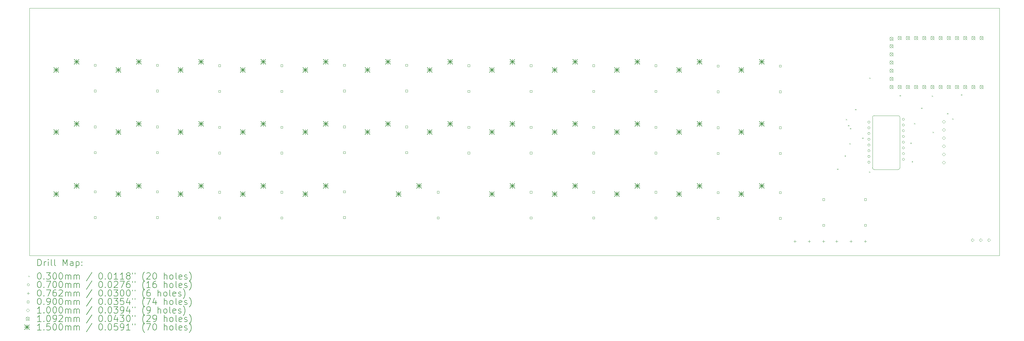
<source format=gbr>
%TF.GenerationSoftware,KiCad,Pcbnew,(6.0.7)*%
%TF.CreationDate,2022-11-03T11:15:33-07:00*%
%TF.ProjectId,alpha29_pmw3360,616c7068-6132-4395-9f70-6d7733333630,rev?*%
%TF.SameCoordinates,Original*%
%TF.FileFunction,Drillmap*%
%TF.FilePolarity,Positive*%
%FSLAX45Y45*%
G04 Gerber Fmt 4.5, Leading zero omitted, Abs format (unit mm)*
G04 Created by KiCad (PCBNEW (6.0.7)) date 2022-11-03 11:15:33*
%MOMM*%
%LPD*%
G01*
G04 APERTURE LIST*
%ADD10C,0.100000*%
%ADD11C,0.050000*%
%ADD12C,0.200000*%
%ADD13C,0.030000*%
%ADD14C,0.070000*%
%ADD15C,0.076200*%
%ADD16C,0.090000*%
%ADD17C,0.109220*%
%ADD18C,0.150000*%
G04 APERTURE END LIST*
D10*
X32702200Y-15136500D02*
X33452200Y-15136500D01*
X32652200Y-15086500D02*
X32652200Y-13511500D01*
X32702200Y-13461500D02*
X33452200Y-13461500D01*
X32652200Y-15086500D02*
G75*
G03*
X32702200Y-15136500I50000J0D01*
G01*
X33502200Y-13511500D02*
X33502200Y-15086500D01*
X33502200Y-13511500D02*
G75*
G03*
X33452200Y-13461500I-50000J0D01*
G01*
X33452200Y-15136500D02*
G75*
G03*
X33502200Y-15086500I0J50000D01*
G01*
X32702200Y-13461500D02*
G75*
G03*
X32652200Y-13511500I0J-50000D01*
G01*
D11*
X6496000Y-10120700D02*
X36595000Y-10120700D01*
X36595000Y-10120700D02*
X36595000Y-17816900D01*
X36595000Y-17816900D02*
X6496000Y-17816900D01*
X6496000Y-17816900D02*
X6496000Y-10120700D01*
D12*
D13*
X31556000Y-15112700D02*
X31586000Y-15142700D01*
X31586000Y-15112700D02*
X31556000Y-15142700D01*
X31789400Y-14698500D02*
X31819400Y-14728500D01*
X31819400Y-14698500D02*
X31789400Y-14728500D01*
X31826000Y-13567700D02*
X31856000Y-13597700D01*
X31856000Y-13567700D02*
X31826000Y-13597700D01*
X31896000Y-13757700D02*
X31926000Y-13787700D01*
X31926000Y-13757700D02*
X31896000Y-13787700D01*
X31936000Y-14317700D02*
X31966000Y-14347700D01*
X31966000Y-14317700D02*
X31936000Y-14347700D01*
X31956000Y-13847700D02*
X31986000Y-13877700D01*
X31986000Y-13847700D02*
X31956000Y-13877700D01*
X32116000Y-13257700D02*
X32146000Y-13287700D01*
X32146000Y-13257700D02*
X32116000Y-13287700D01*
X32336000Y-14147700D02*
X32366000Y-14177700D01*
X32366000Y-14147700D02*
X32336000Y-14177700D01*
X32547276Y-15198976D02*
X32577276Y-15228976D01*
X32577276Y-15198976D02*
X32547276Y-15228976D01*
X32554100Y-12277400D02*
X32584100Y-12307400D01*
X32584100Y-12277400D02*
X32554100Y-12307400D01*
X33493900Y-12823500D02*
X33523900Y-12853500D01*
X33523900Y-12823500D02*
X33493900Y-12853500D01*
X33831000Y-14302700D02*
X33861000Y-14332700D01*
X33861000Y-14302700D02*
X33831000Y-14332700D01*
X33872200Y-14876300D02*
X33902200Y-14906300D01*
X33902200Y-14876300D02*
X33872200Y-14906300D01*
X33946000Y-13692700D02*
X33976000Y-13722700D01*
X33976000Y-13692700D02*
X33946000Y-13722700D01*
X34166000Y-13212700D02*
X34196000Y-13242700D01*
X34196000Y-13212700D02*
X34166000Y-13242700D01*
X34497200Y-12836200D02*
X34527200Y-12866200D01*
X34527200Y-12836200D02*
X34497200Y-12866200D01*
X34520899Y-13961900D02*
X34550899Y-13991900D01*
X34550899Y-13961900D02*
X34520899Y-13991900D01*
X34967100Y-13382300D02*
X34997100Y-13412300D01*
X34997100Y-13382300D02*
X34967100Y-13412300D01*
X35132200Y-13547400D02*
X35162200Y-13577400D01*
X35162200Y-13547400D02*
X35132200Y-13577400D01*
X35398900Y-12798100D02*
X35428900Y-12828100D01*
X35428900Y-12798100D02*
X35398900Y-12828100D01*
D14*
X32577100Y-13663500D02*
G75*
G03*
X32577100Y-13663500I-35000J0D01*
G01*
X32577100Y-13841500D02*
G75*
G03*
X32577100Y-13841500I-35000J0D01*
G01*
X32577100Y-14019500D02*
G75*
G03*
X32577100Y-14019500I-35000J0D01*
G01*
X32577100Y-14197500D02*
G75*
G03*
X32577100Y-14197500I-35000J0D01*
G01*
X32577100Y-14375500D02*
G75*
G03*
X32577100Y-14375500I-35000J0D01*
G01*
X32577100Y-14553500D02*
G75*
G03*
X32577100Y-14553500I-35000J0D01*
G01*
X32577100Y-14731500D02*
G75*
G03*
X32577100Y-14731500I-35000J0D01*
G01*
X32577100Y-14909500D02*
G75*
G03*
X32577100Y-14909500I-35000J0D01*
G01*
X33647100Y-13574500D02*
G75*
G03*
X33647100Y-13574500I-35000J0D01*
G01*
X33647100Y-13752500D02*
G75*
G03*
X33647100Y-13752500I-35000J0D01*
G01*
X33647100Y-13930500D02*
G75*
G03*
X33647100Y-13930500I-35000J0D01*
G01*
X33647100Y-14108500D02*
G75*
G03*
X33647100Y-14108500I-35000J0D01*
G01*
X33647100Y-14286500D02*
G75*
G03*
X33647100Y-14286500I-35000J0D01*
G01*
X33647100Y-14464500D02*
G75*
G03*
X33647100Y-14464500I-35000J0D01*
G01*
X33647100Y-14642500D02*
G75*
G03*
X33647100Y-14642500I-35000J0D01*
G01*
X33647100Y-14820500D02*
G75*
G03*
X33647100Y-14820500I-35000J0D01*
G01*
D15*
X30245000Y-17334300D02*
X30245000Y-17410500D01*
X30206900Y-17372400D02*
X30283100Y-17372400D01*
X30689500Y-17334300D02*
X30689500Y-17410500D01*
X30651400Y-17372400D02*
X30727600Y-17372400D01*
X31134000Y-17334300D02*
X31134000Y-17410500D01*
X31095900Y-17372400D02*
X31172100Y-17372400D01*
X31540400Y-17334300D02*
X31540400Y-17410500D01*
X31502300Y-17372400D02*
X31578500Y-17372400D01*
X31984900Y-17334300D02*
X31984900Y-17410500D01*
X31946800Y-17372400D02*
X32023000Y-17372400D01*
X32429400Y-17334300D02*
X32429400Y-17410500D01*
X32391300Y-17372400D02*
X32467500Y-17372400D01*
D16*
X8559820Y-11924220D02*
X8559820Y-11860580D01*
X8496180Y-11860580D01*
X8496180Y-11924220D01*
X8559820Y-11924220D01*
X8559820Y-12724220D02*
X8559820Y-12660580D01*
X8496180Y-12660580D01*
X8496180Y-12724220D01*
X8559820Y-12724220D01*
X8559820Y-13841920D02*
X8559820Y-13778280D01*
X8496180Y-13778280D01*
X8496180Y-13841920D01*
X8559820Y-13841920D01*
X8559820Y-14641920D02*
X8559820Y-14578280D01*
X8496180Y-14578280D01*
X8496180Y-14641920D01*
X8559820Y-14641920D01*
X8559820Y-15861220D02*
X8559820Y-15797580D01*
X8496180Y-15797580D01*
X8496180Y-15861220D01*
X8559820Y-15861220D01*
X8559820Y-16661220D02*
X8559820Y-16597580D01*
X8496180Y-16597580D01*
X8496180Y-16661220D01*
X8559820Y-16661220D01*
X10490220Y-11924220D02*
X10490220Y-11860580D01*
X10426580Y-11860580D01*
X10426580Y-11924220D01*
X10490220Y-11924220D01*
X10490220Y-12724220D02*
X10490220Y-12660580D01*
X10426580Y-12660580D01*
X10426580Y-12724220D01*
X10490220Y-12724220D01*
X10490220Y-13841920D02*
X10490220Y-13778280D01*
X10426580Y-13778280D01*
X10426580Y-13841920D01*
X10490220Y-13841920D01*
X10490220Y-14641920D02*
X10490220Y-14578280D01*
X10426580Y-14578280D01*
X10426580Y-14641920D01*
X10490220Y-14641920D01*
X10490220Y-15861220D02*
X10490220Y-15797580D01*
X10426580Y-15797580D01*
X10426580Y-15861220D01*
X10490220Y-15861220D01*
X10490220Y-16661220D02*
X10490220Y-16597580D01*
X10426580Y-16597580D01*
X10426580Y-16661220D01*
X10490220Y-16661220D01*
X12420620Y-11936920D02*
X12420620Y-11873280D01*
X12356980Y-11873280D01*
X12356980Y-11936920D01*
X12420620Y-11936920D01*
X12420620Y-12736920D02*
X12420620Y-12673280D01*
X12356980Y-12673280D01*
X12356980Y-12736920D01*
X12420620Y-12736920D01*
X12420620Y-13854620D02*
X12420620Y-13790980D01*
X12356980Y-13790980D01*
X12356980Y-13854620D01*
X12420620Y-13854620D01*
X12420620Y-14654620D02*
X12420620Y-14590980D01*
X12356980Y-14590980D01*
X12356980Y-14654620D01*
X12420620Y-14654620D01*
X12420620Y-15873920D02*
X12420620Y-15810280D01*
X12356980Y-15810280D01*
X12356980Y-15873920D01*
X12420620Y-15873920D01*
X12420620Y-16673920D02*
X12420620Y-16610280D01*
X12356980Y-16610280D01*
X12356980Y-16673920D01*
X12420620Y-16673920D01*
X14351020Y-11936920D02*
X14351020Y-11873280D01*
X14287380Y-11873280D01*
X14287380Y-11936920D01*
X14351020Y-11936920D01*
X14351020Y-12736920D02*
X14351020Y-12673280D01*
X14287380Y-12673280D01*
X14287380Y-12736920D01*
X14351020Y-12736920D01*
X14351020Y-13854620D02*
X14351020Y-13790980D01*
X14287380Y-13790980D01*
X14287380Y-13854620D01*
X14351020Y-13854620D01*
X14351020Y-14654620D02*
X14351020Y-14590980D01*
X14287380Y-14590980D01*
X14287380Y-14654620D01*
X14351020Y-14654620D01*
X14351020Y-15873920D02*
X14351020Y-15810280D01*
X14287380Y-15810280D01*
X14287380Y-15873920D01*
X14351020Y-15873920D01*
X14351020Y-16673920D02*
X14351020Y-16610280D01*
X14287380Y-16610280D01*
X14287380Y-16673920D01*
X14351020Y-16673920D01*
X16294120Y-11924220D02*
X16294120Y-11860580D01*
X16230480Y-11860580D01*
X16230480Y-11924220D01*
X16294120Y-11924220D01*
X16294120Y-12724220D02*
X16294120Y-12660580D01*
X16230480Y-12660580D01*
X16230480Y-12724220D01*
X16294120Y-12724220D01*
X16294120Y-13841920D02*
X16294120Y-13778280D01*
X16230480Y-13778280D01*
X16230480Y-13841920D01*
X16294120Y-13841920D01*
X16294120Y-14641920D02*
X16294120Y-14578280D01*
X16230480Y-14578280D01*
X16230480Y-14641920D01*
X16294120Y-14641920D01*
X16294120Y-15861220D02*
X16294120Y-15797580D01*
X16230480Y-15797580D01*
X16230480Y-15861220D01*
X16294120Y-15861220D01*
X16294120Y-16661220D02*
X16294120Y-16597580D01*
X16230480Y-16597580D01*
X16230480Y-16661220D01*
X16294120Y-16661220D01*
X18224520Y-11924220D02*
X18224520Y-11860580D01*
X18160880Y-11860580D01*
X18160880Y-11924220D01*
X18224520Y-11924220D01*
X18224520Y-12724220D02*
X18224520Y-12660580D01*
X18160880Y-12660580D01*
X18160880Y-12724220D01*
X18224520Y-12724220D01*
X18224520Y-13841920D02*
X18224520Y-13778280D01*
X18160880Y-13778280D01*
X18160880Y-13841920D01*
X18224520Y-13841920D01*
X18224520Y-14641920D02*
X18224520Y-14578280D01*
X18160880Y-14578280D01*
X18160880Y-14641920D01*
X18224520Y-14641920D01*
X19202420Y-15873920D02*
X19202420Y-15810280D01*
X19138780Y-15810280D01*
X19138780Y-15873920D01*
X19202420Y-15873920D01*
X19202420Y-16673920D02*
X19202420Y-16610280D01*
X19138780Y-16610280D01*
X19138780Y-16673920D01*
X19202420Y-16673920D01*
X20154920Y-11936920D02*
X20154920Y-11873280D01*
X20091280Y-11873280D01*
X20091280Y-11936920D01*
X20154920Y-11936920D01*
X20154920Y-12736920D02*
X20154920Y-12673280D01*
X20091280Y-12673280D01*
X20091280Y-12736920D01*
X20154920Y-12736920D01*
X20154920Y-13854620D02*
X20154920Y-13790980D01*
X20091280Y-13790980D01*
X20091280Y-13854620D01*
X20154920Y-13854620D01*
X20154920Y-14654620D02*
X20154920Y-14590980D01*
X20091280Y-14590980D01*
X20091280Y-14654620D01*
X20154920Y-14654620D01*
X22085320Y-11936920D02*
X22085320Y-11873280D01*
X22021680Y-11873280D01*
X22021680Y-11936920D01*
X22085320Y-11936920D01*
X22085320Y-12736920D02*
X22085320Y-12673280D01*
X22021680Y-12673280D01*
X22021680Y-12736920D01*
X22085320Y-12736920D01*
X22085320Y-13854620D02*
X22085320Y-13790980D01*
X22021680Y-13790980D01*
X22021680Y-13854620D01*
X22085320Y-13854620D01*
X22085320Y-14654620D02*
X22085320Y-14590980D01*
X22021680Y-14590980D01*
X22021680Y-14654620D01*
X22085320Y-14654620D01*
X22085320Y-15873920D02*
X22085320Y-15810280D01*
X22021680Y-15810280D01*
X22021680Y-15873920D01*
X22085320Y-15873920D01*
X22085320Y-16673920D02*
X22085320Y-16610280D01*
X22021680Y-16610280D01*
X22021680Y-16673920D01*
X22085320Y-16673920D01*
X24028420Y-11936920D02*
X24028420Y-11873280D01*
X23964780Y-11873280D01*
X23964780Y-11936920D01*
X24028420Y-11936920D01*
X24028420Y-12736920D02*
X24028420Y-12673280D01*
X23964780Y-12673280D01*
X23964780Y-12736920D01*
X24028420Y-12736920D01*
X24028420Y-13854620D02*
X24028420Y-13790980D01*
X23964780Y-13790980D01*
X23964780Y-13854620D01*
X24028420Y-13854620D01*
X24028420Y-14654620D02*
X24028420Y-14590980D01*
X23964780Y-14590980D01*
X23964780Y-14654620D01*
X24028420Y-14654620D01*
X24028420Y-15873920D02*
X24028420Y-15810280D01*
X23964780Y-15810280D01*
X23964780Y-15873920D01*
X24028420Y-15873920D01*
X24028420Y-16673920D02*
X24028420Y-16610280D01*
X23964780Y-16610280D01*
X23964780Y-16673920D01*
X24028420Y-16673920D01*
X25958820Y-11936920D02*
X25958820Y-11873280D01*
X25895180Y-11873280D01*
X25895180Y-11936920D01*
X25958820Y-11936920D01*
X25958820Y-12736920D02*
X25958820Y-12673280D01*
X25895180Y-12673280D01*
X25895180Y-12736920D01*
X25958820Y-12736920D01*
X25958820Y-13854620D02*
X25958820Y-13790980D01*
X25895180Y-13790980D01*
X25895180Y-13854620D01*
X25958820Y-13854620D01*
X25958820Y-14654620D02*
X25958820Y-14590980D01*
X25895180Y-14590980D01*
X25895180Y-14654620D01*
X25958820Y-14654620D01*
X25958820Y-15873920D02*
X25958820Y-15810280D01*
X25895180Y-15810280D01*
X25895180Y-15873920D01*
X25958820Y-15873920D01*
X25958820Y-16673920D02*
X25958820Y-16610280D01*
X25895180Y-16610280D01*
X25895180Y-16673920D01*
X25958820Y-16673920D01*
X27889220Y-11949620D02*
X27889220Y-11885980D01*
X27825580Y-11885980D01*
X27825580Y-11949620D01*
X27889220Y-11949620D01*
X27889220Y-12749620D02*
X27889220Y-12685980D01*
X27825580Y-12685980D01*
X27825580Y-12749620D01*
X27889220Y-12749620D01*
X27889220Y-13867320D02*
X27889220Y-13803680D01*
X27825580Y-13803680D01*
X27825580Y-13867320D01*
X27889220Y-13867320D01*
X27889220Y-14667320D02*
X27889220Y-14603680D01*
X27825580Y-14603680D01*
X27825580Y-14667320D01*
X27889220Y-14667320D01*
X27889220Y-15886620D02*
X27889220Y-15822980D01*
X27825580Y-15822980D01*
X27825580Y-15886620D01*
X27889220Y-15886620D01*
X27889220Y-16686620D02*
X27889220Y-16622980D01*
X27825580Y-16622980D01*
X27825580Y-16686620D01*
X27889220Y-16686620D01*
X29819620Y-11949620D02*
X29819620Y-11885980D01*
X29755980Y-11885980D01*
X29755980Y-11949620D01*
X29819620Y-11949620D01*
X29819620Y-12749620D02*
X29819620Y-12685980D01*
X29755980Y-12685980D01*
X29755980Y-12749620D01*
X29819620Y-12749620D01*
X29819620Y-13867320D02*
X29819620Y-13803680D01*
X29755980Y-13803680D01*
X29755980Y-13867320D01*
X29819620Y-13867320D01*
X29819620Y-14667320D02*
X29819620Y-14603680D01*
X29755980Y-14603680D01*
X29755980Y-14667320D01*
X29819620Y-14667320D01*
X29819620Y-15886620D02*
X29819620Y-15822980D01*
X29755980Y-15822980D01*
X29755980Y-15886620D01*
X29819620Y-15886620D01*
X29819620Y-16686620D02*
X29819620Y-16622980D01*
X29755980Y-16622980D01*
X29755980Y-16686620D01*
X29819620Y-16686620D01*
X31165820Y-16102520D02*
X31165820Y-16038880D01*
X31102180Y-16038880D01*
X31102180Y-16102520D01*
X31165820Y-16102520D01*
X31165820Y-16902520D02*
X31165820Y-16838880D01*
X31102180Y-16838880D01*
X31102180Y-16902520D01*
X31165820Y-16902520D01*
X32461220Y-16102520D02*
X32461220Y-16038880D01*
X32397580Y-16038880D01*
X32397580Y-16102520D01*
X32461220Y-16102520D01*
X32461220Y-16902520D02*
X32461220Y-16838880D01*
X32397580Y-16838880D01*
X32397580Y-16902520D01*
X32461220Y-16902520D01*
D10*
X34868500Y-13697700D02*
X34918500Y-13647700D01*
X34868500Y-13597700D01*
X34818500Y-13647700D01*
X34868500Y-13697700D01*
X34868500Y-13951700D02*
X34918500Y-13901700D01*
X34868500Y-13851700D01*
X34818500Y-13901700D01*
X34868500Y-13951700D01*
X34868500Y-14205700D02*
X34918500Y-14155700D01*
X34868500Y-14105700D01*
X34818500Y-14155700D01*
X34868500Y-14205700D01*
X34868500Y-14459700D02*
X34918500Y-14409700D01*
X34868500Y-14359700D01*
X34818500Y-14409700D01*
X34868500Y-14459700D01*
X34868500Y-14713700D02*
X34918500Y-14663700D01*
X34868500Y-14613700D01*
X34818500Y-14663700D01*
X34868500Y-14713700D01*
X34868500Y-14967700D02*
X34918500Y-14917700D01*
X34868500Y-14867700D01*
X34818500Y-14917700D01*
X34868500Y-14967700D01*
X35758300Y-17384300D02*
X35808300Y-17334300D01*
X35758300Y-17284300D01*
X35708300Y-17334300D01*
X35758300Y-17384300D01*
X36012300Y-17384300D02*
X36062300Y-17334300D01*
X36012300Y-17284300D01*
X35962300Y-17334300D01*
X36012300Y-17384300D01*
X36266300Y-17384300D02*
X36316300Y-17334300D01*
X36266300Y-17284300D01*
X36216300Y-17334300D01*
X36266300Y-17384300D01*
D17*
X33187590Y-11016050D02*
X33296810Y-11125270D01*
X33296810Y-11016050D02*
X33187590Y-11125270D01*
X33296810Y-11070660D02*
G75*
G03*
X33296810Y-11070660I-54610J0D01*
G01*
X33187590Y-11247190D02*
X33296810Y-11356410D01*
X33296810Y-11247190D02*
X33187590Y-11356410D01*
X33296810Y-11301800D02*
G75*
G03*
X33296810Y-11301800I-54610J0D01*
G01*
X33187590Y-11501190D02*
X33296810Y-11610410D01*
X33296810Y-11501190D02*
X33187590Y-11610410D01*
X33296810Y-11555800D02*
G75*
G03*
X33296810Y-11555800I-54610J0D01*
G01*
X33187590Y-11755190D02*
X33296810Y-11864410D01*
X33296810Y-11755190D02*
X33187590Y-11864410D01*
X33296810Y-11809800D02*
G75*
G03*
X33296810Y-11809800I-54610J0D01*
G01*
X33187590Y-12009190D02*
X33296810Y-12118410D01*
X33296810Y-12009190D02*
X33187590Y-12118410D01*
X33296810Y-12063800D02*
G75*
G03*
X33296810Y-12063800I-54610J0D01*
G01*
X33187590Y-12263190D02*
X33296810Y-12372410D01*
X33296810Y-12263190D02*
X33187590Y-12372410D01*
X33296810Y-12317800D02*
G75*
G03*
X33296810Y-12317800I-54610J0D01*
G01*
X33187590Y-12517190D02*
X33296810Y-12626410D01*
X33296810Y-12517190D02*
X33187590Y-12626410D01*
X33296810Y-12571800D02*
G75*
G03*
X33296810Y-12571800I-54610J0D01*
G01*
X33441590Y-10993190D02*
X33550810Y-11102410D01*
X33550810Y-10993190D02*
X33441590Y-11102410D01*
X33550810Y-11047800D02*
G75*
G03*
X33550810Y-11047800I-54610J0D01*
G01*
X33441590Y-12517190D02*
X33550810Y-12626410D01*
X33550810Y-12517190D02*
X33441590Y-12626410D01*
X33550810Y-12571800D02*
G75*
G03*
X33550810Y-12571800I-54610J0D01*
G01*
X33695590Y-10993190D02*
X33804810Y-11102410D01*
X33804810Y-10993190D02*
X33695590Y-11102410D01*
X33804810Y-11047800D02*
G75*
G03*
X33804810Y-11047800I-54610J0D01*
G01*
X33695590Y-12517190D02*
X33804810Y-12626410D01*
X33804810Y-12517190D02*
X33695590Y-12626410D01*
X33804810Y-12571800D02*
G75*
G03*
X33804810Y-12571800I-54610J0D01*
G01*
X33949590Y-10993190D02*
X34058810Y-11102410D01*
X34058810Y-10993190D02*
X33949590Y-11102410D01*
X34058810Y-11047800D02*
G75*
G03*
X34058810Y-11047800I-54610J0D01*
G01*
X33949590Y-12517190D02*
X34058810Y-12626410D01*
X34058810Y-12517190D02*
X33949590Y-12626410D01*
X34058810Y-12571800D02*
G75*
G03*
X34058810Y-12571800I-54610J0D01*
G01*
X34203590Y-10993190D02*
X34312810Y-11102410D01*
X34312810Y-10993190D02*
X34203590Y-11102410D01*
X34312810Y-11047800D02*
G75*
G03*
X34312810Y-11047800I-54610J0D01*
G01*
X34203590Y-12517190D02*
X34312810Y-12626410D01*
X34312810Y-12517190D02*
X34203590Y-12626410D01*
X34312810Y-12571800D02*
G75*
G03*
X34312810Y-12571800I-54610J0D01*
G01*
X34457590Y-10993190D02*
X34566810Y-11102410D01*
X34566810Y-10993190D02*
X34457590Y-11102410D01*
X34566810Y-11047800D02*
G75*
G03*
X34566810Y-11047800I-54610J0D01*
G01*
X34457590Y-12517190D02*
X34566810Y-12626410D01*
X34566810Y-12517190D02*
X34457590Y-12626410D01*
X34566810Y-12571800D02*
G75*
G03*
X34566810Y-12571800I-54610J0D01*
G01*
X34711590Y-10993190D02*
X34820810Y-11102410D01*
X34820810Y-10993190D02*
X34711590Y-11102410D01*
X34820810Y-11047800D02*
G75*
G03*
X34820810Y-11047800I-54610J0D01*
G01*
X34711590Y-12517190D02*
X34820810Y-12626410D01*
X34820810Y-12517190D02*
X34711590Y-12626410D01*
X34820810Y-12571800D02*
G75*
G03*
X34820810Y-12571800I-54610J0D01*
G01*
X34965590Y-10993190D02*
X35074810Y-11102410D01*
X35074810Y-10993190D02*
X34965590Y-11102410D01*
X35074810Y-11047800D02*
G75*
G03*
X35074810Y-11047800I-54610J0D01*
G01*
X34965590Y-12517190D02*
X35074810Y-12626410D01*
X35074810Y-12517190D02*
X34965590Y-12626410D01*
X35074810Y-12571800D02*
G75*
G03*
X35074810Y-12571800I-54610J0D01*
G01*
X35219590Y-10993190D02*
X35328810Y-11102410D01*
X35328810Y-10993190D02*
X35219590Y-11102410D01*
X35328810Y-11047800D02*
G75*
G03*
X35328810Y-11047800I-54610J0D01*
G01*
X35219590Y-12517190D02*
X35328810Y-12626410D01*
X35328810Y-12517190D02*
X35219590Y-12626410D01*
X35328810Y-12571800D02*
G75*
G03*
X35328810Y-12571800I-54610J0D01*
G01*
X35473590Y-10993190D02*
X35582810Y-11102410D01*
X35582810Y-10993190D02*
X35473590Y-11102410D01*
X35582810Y-11047800D02*
G75*
G03*
X35582810Y-11047800I-54610J0D01*
G01*
X35473590Y-12517190D02*
X35582810Y-12626410D01*
X35582810Y-12517190D02*
X35473590Y-12626410D01*
X35582810Y-12571800D02*
G75*
G03*
X35582810Y-12571800I-54610J0D01*
G01*
X35727590Y-10993190D02*
X35836810Y-11102410D01*
X35836810Y-10993190D02*
X35727590Y-11102410D01*
X35836810Y-11047800D02*
G75*
G03*
X35836810Y-11047800I-54610J0D01*
G01*
X35727590Y-12517190D02*
X35836810Y-12626410D01*
X35836810Y-12517190D02*
X35727590Y-12626410D01*
X35836810Y-12571800D02*
G75*
G03*
X35836810Y-12571800I-54610J0D01*
G01*
X35981590Y-10993190D02*
X36090810Y-11102410D01*
X36090810Y-10993190D02*
X35981590Y-11102410D01*
X36090810Y-11047800D02*
G75*
G03*
X36090810Y-11047800I-54610J0D01*
G01*
X35981590Y-12517190D02*
X36090810Y-12626410D01*
X36090810Y-12517190D02*
X35981590Y-12626410D01*
X36090810Y-12571800D02*
G75*
G03*
X36090810Y-12571800I-54610J0D01*
G01*
D18*
X7246500Y-11963400D02*
X7396500Y-12113400D01*
X7396500Y-11963400D02*
X7246500Y-12113400D01*
X7321500Y-11963400D02*
X7321500Y-12113400D01*
X7246500Y-12038400D02*
X7396500Y-12038400D01*
X7246500Y-13893800D02*
X7396500Y-14043800D01*
X7396500Y-13893800D02*
X7246500Y-14043800D01*
X7321500Y-13893800D02*
X7321500Y-14043800D01*
X7246500Y-13968800D02*
X7396500Y-13968800D01*
X7246500Y-15824200D02*
X7396500Y-15974200D01*
X7396500Y-15824200D02*
X7246500Y-15974200D01*
X7321500Y-15824200D02*
X7321500Y-15974200D01*
X7246500Y-15899200D02*
X7396500Y-15899200D01*
X7881500Y-11709400D02*
X8031500Y-11859400D01*
X8031500Y-11709400D02*
X7881500Y-11859400D01*
X7956500Y-11709400D02*
X7956500Y-11859400D01*
X7881500Y-11784400D02*
X8031500Y-11784400D01*
X7881500Y-13639800D02*
X8031500Y-13789800D01*
X8031500Y-13639800D02*
X7881500Y-13789800D01*
X7956500Y-13639800D02*
X7956500Y-13789800D01*
X7881500Y-13714800D02*
X8031500Y-13714800D01*
X7881500Y-15570200D02*
X8031500Y-15720200D01*
X8031500Y-15570200D02*
X7881500Y-15720200D01*
X7956500Y-15570200D02*
X7956500Y-15720200D01*
X7881500Y-15645200D02*
X8031500Y-15645200D01*
X9176900Y-11963400D02*
X9326900Y-12113400D01*
X9326900Y-11963400D02*
X9176900Y-12113400D01*
X9251900Y-11963400D02*
X9251900Y-12113400D01*
X9176900Y-12038400D02*
X9326900Y-12038400D01*
X9176900Y-13893800D02*
X9326900Y-14043800D01*
X9326900Y-13893800D02*
X9176900Y-14043800D01*
X9251900Y-13893800D02*
X9251900Y-14043800D01*
X9176900Y-13968800D02*
X9326900Y-13968800D01*
X9176900Y-15824200D02*
X9326900Y-15974200D01*
X9326900Y-15824200D02*
X9176900Y-15974200D01*
X9251900Y-15824200D02*
X9251900Y-15974200D01*
X9176900Y-15899200D02*
X9326900Y-15899200D01*
X9811900Y-11709400D02*
X9961900Y-11859400D01*
X9961900Y-11709400D02*
X9811900Y-11859400D01*
X9886900Y-11709400D02*
X9886900Y-11859400D01*
X9811900Y-11784400D02*
X9961900Y-11784400D01*
X9811900Y-13639800D02*
X9961900Y-13789800D01*
X9961900Y-13639800D02*
X9811900Y-13789800D01*
X9886900Y-13639800D02*
X9886900Y-13789800D01*
X9811900Y-13714800D02*
X9961900Y-13714800D01*
X9811900Y-15570200D02*
X9961900Y-15720200D01*
X9961900Y-15570200D02*
X9811900Y-15720200D01*
X9886900Y-15570200D02*
X9886900Y-15720200D01*
X9811900Y-15645200D02*
X9961900Y-15645200D01*
X11107300Y-11963400D02*
X11257300Y-12113400D01*
X11257300Y-11963400D02*
X11107300Y-12113400D01*
X11182300Y-11963400D02*
X11182300Y-12113400D01*
X11107300Y-12038400D02*
X11257300Y-12038400D01*
X11107300Y-13893800D02*
X11257300Y-14043800D01*
X11257300Y-13893800D02*
X11107300Y-14043800D01*
X11182300Y-13893800D02*
X11182300Y-14043800D01*
X11107300Y-13968800D02*
X11257300Y-13968800D01*
X11107300Y-15824200D02*
X11257300Y-15974200D01*
X11257300Y-15824200D02*
X11107300Y-15974200D01*
X11182300Y-15824200D02*
X11182300Y-15974200D01*
X11107300Y-15899200D02*
X11257300Y-15899200D01*
X11742300Y-11709400D02*
X11892300Y-11859400D01*
X11892300Y-11709400D02*
X11742300Y-11859400D01*
X11817300Y-11709400D02*
X11817300Y-11859400D01*
X11742300Y-11784400D02*
X11892300Y-11784400D01*
X11742300Y-13639800D02*
X11892300Y-13789800D01*
X11892300Y-13639800D02*
X11742300Y-13789800D01*
X11817300Y-13639800D02*
X11817300Y-13789800D01*
X11742300Y-13714800D02*
X11892300Y-13714800D01*
X11742300Y-15570200D02*
X11892300Y-15720200D01*
X11892300Y-15570200D02*
X11742300Y-15720200D01*
X11817300Y-15570200D02*
X11817300Y-15720200D01*
X11742300Y-15645200D02*
X11892300Y-15645200D01*
X13037700Y-11963400D02*
X13187700Y-12113400D01*
X13187700Y-11963400D02*
X13037700Y-12113400D01*
X13112700Y-11963400D02*
X13112700Y-12113400D01*
X13037700Y-12038400D02*
X13187700Y-12038400D01*
X13037700Y-13893800D02*
X13187700Y-14043800D01*
X13187700Y-13893800D02*
X13037700Y-14043800D01*
X13112700Y-13893800D02*
X13112700Y-14043800D01*
X13037700Y-13968800D02*
X13187700Y-13968800D01*
X13037700Y-15824200D02*
X13187700Y-15974200D01*
X13187700Y-15824200D02*
X13037700Y-15974200D01*
X13112700Y-15824200D02*
X13112700Y-15974200D01*
X13037700Y-15899200D02*
X13187700Y-15899200D01*
X13672700Y-11709400D02*
X13822700Y-11859400D01*
X13822700Y-11709400D02*
X13672700Y-11859400D01*
X13747700Y-11709400D02*
X13747700Y-11859400D01*
X13672700Y-11784400D02*
X13822700Y-11784400D01*
X13672700Y-13639800D02*
X13822700Y-13789800D01*
X13822700Y-13639800D02*
X13672700Y-13789800D01*
X13747700Y-13639800D02*
X13747700Y-13789800D01*
X13672700Y-13714800D02*
X13822700Y-13714800D01*
X13672700Y-15570200D02*
X13822700Y-15720200D01*
X13822700Y-15570200D02*
X13672700Y-15720200D01*
X13747700Y-15570200D02*
X13747700Y-15720200D01*
X13672700Y-15645200D02*
X13822700Y-15645200D01*
X14980800Y-11963400D02*
X15130800Y-12113400D01*
X15130800Y-11963400D02*
X14980800Y-12113400D01*
X15055800Y-11963400D02*
X15055800Y-12113400D01*
X14980800Y-12038400D02*
X15130800Y-12038400D01*
X14980800Y-13893800D02*
X15130800Y-14043800D01*
X15130800Y-13893800D02*
X14980800Y-14043800D01*
X15055800Y-13893800D02*
X15055800Y-14043800D01*
X14980800Y-13968800D02*
X15130800Y-13968800D01*
X14980800Y-15824200D02*
X15130800Y-15974200D01*
X15130800Y-15824200D02*
X14980800Y-15974200D01*
X15055800Y-15824200D02*
X15055800Y-15974200D01*
X14980800Y-15899200D02*
X15130800Y-15899200D01*
X15615800Y-11709400D02*
X15765800Y-11859400D01*
X15765800Y-11709400D02*
X15615800Y-11859400D01*
X15690800Y-11709400D02*
X15690800Y-11859400D01*
X15615800Y-11784400D02*
X15765800Y-11784400D01*
X15615800Y-13639800D02*
X15765800Y-13789800D01*
X15765800Y-13639800D02*
X15615800Y-13789800D01*
X15690800Y-13639800D02*
X15690800Y-13789800D01*
X15615800Y-13714800D02*
X15765800Y-13714800D01*
X15615800Y-15570200D02*
X15765800Y-15720200D01*
X15765800Y-15570200D02*
X15615800Y-15720200D01*
X15690800Y-15570200D02*
X15690800Y-15720200D01*
X15615800Y-15645200D02*
X15765800Y-15645200D01*
X16911200Y-11963400D02*
X17061200Y-12113400D01*
X17061200Y-11963400D02*
X16911200Y-12113400D01*
X16986200Y-11963400D02*
X16986200Y-12113400D01*
X16911200Y-12038400D02*
X17061200Y-12038400D01*
X16911200Y-13893800D02*
X17061200Y-14043800D01*
X17061200Y-13893800D02*
X16911200Y-14043800D01*
X16986200Y-13893800D02*
X16986200Y-14043800D01*
X16911200Y-13968800D02*
X17061200Y-13968800D01*
X17546200Y-11709400D02*
X17696200Y-11859400D01*
X17696200Y-11709400D02*
X17546200Y-11859400D01*
X17621200Y-11709400D02*
X17621200Y-11859400D01*
X17546200Y-11784400D02*
X17696200Y-11784400D01*
X17546200Y-13639800D02*
X17696200Y-13789800D01*
X17696200Y-13639800D02*
X17546200Y-13789800D01*
X17621200Y-13639800D02*
X17621200Y-13789800D01*
X17546200Y-13714800D02*
X17696200Y-13714800D01*
X17876400Y-15824200D02*
X18026400Y-15974200D01*
X18026400Y-15824200D02*
X17876400Y-15974200D01*
X17951400Y-15824200D02*
X17951400Y-15974200D01*
X17876400Y-15899200D02*
X18026400Y-15899200D01*
X18511400Y-15570200D02*
X18661400Y-15720200D01*
X18661400Y-15570200D02*
X18511400Y-15720200D01*
X18586400Y-15570200D02*
X18586400Y-15720200D01*
X18511400Y-15645200D02*
X18661400Y-15645200D01*
X18841600Y-11963400D02*
X18991600Y-12113400D01*
X18991600Y-11963400D02*
X18841600Y-12113400D01*
X18916600Y-11963400D02*
X18916600Y-12113400D01*
X18841600Y-12038400D02*
X18991600Y-12038400D01*
X18841600Y-13893800D02*
X18991600Y-14043800D01*
X18991600Y-13893800D02*
X18841600Y-14043800D01*
X18916600Y-13893800D02*
X18916600Y-14043800D01*
X18841600Y-13968800D02*
X18991600Y-13968800D01*
X19476600Y-11709400D02*
X19626600Y-11859400D01*
X19626600Y-11709400D02*
X19476600Y-11859400D01*
X19551600Y-11709400D02*
X19551600Y-11859400D01*
X19476600Y-11784400D02*
X19626600Y-11784400D01*
X19476600Y-13639800D02*
X19626600Y-13789800D01*
X19626600Y-13639800D02*
X19476600Y-13789800D01*
X19551600Y-13639800D02*
X19551600Y-13789800D01*
X19476600Y-13714800D02*
X19626600Y-13714800D01*
X20772000Y-11963400D02*
X20922000Y-12113400D01*
X20922000Y-11963400D02*
X20772000Y-12113400D01*
X20847000Y-11963400D02*
X20847000Y-12113400D01*
X20772000Y-12038400D02*
X20922000Y-12038400D01*
X20772000Y-13893800D02*
X20922000Y-14043800D01*
X20922000Y-13893800D02*
X20772000Y-14043800D01*
X20847000Y-13893800D02*
X20847000Y-14043800D01*
X20772000Y-13968800D02*
X20922000Y-13968800D01*
X20772000Y-15824200D02*
X20922000Y-15974200D01*
X20922000Y-15824200D02*
X20772000Y-15974200D01*
X20847000Y-15824200D02*
X20847000Y-15974200D01*
X20772000Y-15899200D02*
X20922000Y-15899200D01*
X21407000Y-11709400D02*
X21557000Y-11859400D01*
X21557000Y-11709400D02*
X21407000Y-11859400D01*
X21482000Y-11709400D02*
X21482000Y-11859400D01*
X21407000Y-11784400D02*
X21557000Y-11784400D01*
X21407000Y-13639800D02*
X21557000Y-13789800D01*
X21557000Y-13639800D02*
X21407000Y-13789800D01*
X21482000Y-13639800D02*
X21482000Y-13789800D01*
X21407000Y-13714800D02*
X21557000Y-13714800D01*
X21407000Y-15570200D02*
X21557000Y-15720200D01*
X21557000Y-15570200D02*
X21407000Y-15720200D01*
X21482000Y-15570200D02*
X21482000Y-15720200D01*
X21407000Y-15645200D02*
X21557000Y-15645200D01*
X22715100Y-11963400D02*
X22865100Y-12113400D01*
X22865100Y-11963400D02*
X22715100Y-12113400D01*
X22790100Y-11963400D02*
X22790100Y-12113400D01*
X22715100Y-12038400D02*
X22865100Y-12038400D01*
X22715100Y-13893800D02*
X22865100Y-14043800D01*
X22865100Y-13893800D02*
X22715100Y-14043800D01*
X22790100Y-13893800D02*
X22790100Y-14043800D01*
X22715100Y-13968800D02*
X22865100Y-13968800D01*
X22715100Y-15824200D02*
X22865100Y-15974200D01*
X22865100Y-15824200D02*
X22715100Y-15974200D01*
X22790100Y-15824200D02*
X22790100Y-15974200D01*
X22715100Y-15899200D02*
X22865100Y-15899200D01*
X23350100Y-11709400D02*
X23500100Y-11859400D01*
X23500100Y-11709400D02*
X23350100Y-11859400D01*
X23425100Y-11709400D02*
X23425100Y-11859400D01*
X23350100Y-11784400D02*
X23500100Y-11784400D01*
X23350100Y-13639800D02*
X23500100Y-13789800D01*
X23500100Y-13639800D02*
X23350100Y-13789800D01*
X23425100Y-13639800D02*
X23425100Y-13789800D01*
X23350100Y-13714800D02*
X23500100Y-13714800D01*
X23350100Y-15570200D02*
X23500100Y-15720200D01*
X23500100Y-15570200D02*
X23350100Y-15720200D01*
X23425100Y-15570200D02*
X23425100Y-15720200D01*
X23350100Y-15645200D02*
X23500100Y-15645200D01*
X24645500Y-11963400D02*
X24795500Y-12113400D01*
X24795500Y-11963400D02*
X24645500Y-12113400D01*
X24720500Y-11963400D02*
X24720500Y-12113400D01*
X24645500Y-12038400D02*
X24795500Y-12038400D01*
X24645500Y-13893800D02*
X24795500Y-14043800D01*
X24795500Y-13893800D02*
X24645500Y-14043800D01*
X24720500Y-13893800D02*
X24720500Y-14043800D01*
X24645500Y-13968800D02*
X24795500Y-13968800D01*
X24645500Y-15824200D02*
X24795500Y-15974200D01*
X24795500Y-15824200D02*
X24645500Y-15974200D01*
X24720500Y-15824200D02*
X24720500Y-15974200D01*
X24645500Y-15899200D02*
X24795500Y-15899200D01*
X25280500Y-11709400D02*
X25430500Y-11859400D01*
X25430500Y-11709400D02*
X25280500Y-11859400D01*
X25355500Y-11709400D02*
X25355500Y-11859400D01*
X25280500Y-11784400D02*
X25430500Y-11784400D01*
X25280500Y-13639800D02*
X25430500Y-13789800D01*
X25430500Y-13639800D02*
X25280500Y-13789800D01*
X25355500Y-13639800D02*
X25355500Y-13789800D01*
X25280500Y-13714800D02*
X25430500Y-13714800D01*
X25280500Y-15570200D02*
X25430500Y-15720200D01*
X25430500Y-15570200D02*
X25280500Y-15720200D01*
X25355500Y-15570200D02*
X25355500Y-15720200D01*
X25280500Y-15645200D02*
X25430500Y-15645200D01*
X26575900Y-11963400D02*
X26725900Y-12113400D01*
X26725900Y-11963400D02*
X26575900Y-12113400D01*
X26650900Y-11963400D02*
X26650900Y-12113400D01*
X26575900Y-12038400D02*
X26725900Y-12038400D01*
X26575900Y-13893800D02*
X26725900Y-14043800D01*
X26725900Y-13893800D02*
X26575900Y-14043800D01*
X26650900Y-13893800D02*
X26650900Y-14043800D01*
X26575900Y-13968800D02*
X26725900Y-13968800D01*
X26575900Y-15824200D02*
X26725900Y-15974200D01*
X26725900Y-15824200D02*
X26575900Y-15974200D01*
X26650900Y-15824200D02*
X26650900Y-15974200D01*
X26575900Y-15899200D02*
X26725900Y-15899200D01*
X27210900Y-11709400D02*
X27360900Y-11859400D01*
X27360900Y-11709400D02*
X27210900Y-11859400D01*
X27285900Y-11709400D02*
X27285900Y-11859400D01*
X27210900Y-11784400D02*
X27360900Y-11784400D01*
X27210900Y-13639800D02*
X27360900Y-13789800D01*
X27360900Y-13639800D02*
X27210900Y-13789800D01*
X27285900Y-13639800D02*
X27285900Y-13789800D01*
X27210900Y-13714800D02*
X27360900Y-13714800D01*
X27210900Y-15570200D02*
X27360900Y-15720200D01*
X27360900Y-15570200D02*
X27210900Y-15720200D01*
X27285900Y-15570200D02*
X27285900Y-15720200D01*
X27210900Y-15645200D02*
X27360900Y-15645200D01*
X28506300Y-11963400D02*
X28656300Y-12113400D01*
X28656300Y-11963400D02*
X28506300Y-12113400D01*
X28581300Y-11963400D02*
X28581300Y-12113400D01*
X28506300Y-12038400D02*
X28656300Y-12038400D01*
X28506300Y-13893800D02*
X28656300Y-14043800D01*
X28656300Y-13893800D02*
X28506300Y-14043800D01*
X28581300Y-13893800D02*
X28581300Y-14043800D01*
X28506300Y-13968800D02*
X28656300Y-13968800D01*
X28506300Y-15824200D02*
X28656300Y-15974200D01*
X28656300Y-15824200D02*
X28506300Y-15974200D01*
X28581300Y-15824200D02*
X28581300Y-15974200D01*
X28506300Y-15899200D02*
X28656300Y-15899200D01*
X29141300Y-11709400D02*
X29291300Y-11859400D01*
X29291300Y-11709400D02*
X29141300Y-11859400D01*
X29216300Y-11709400D02*
X29216300Y-11859400D01*
X29141300Y-11784400D02*
X29291300Y-11784400D01*
X29141300Y-13639800D02*
X29291300Y-13789800D01*
X29291300Y-13639800D02*
X29141300Y-13789800D01*
X29216300Y-13639800D02*
X29216300Y-13789800D01*
X29141300Y-13714800D02*
X29291300Y-13714800D01*
X29141300Y-15570200D02*
X29291300Y-15720200D01*
X29291300Y-15570200D02*
X29141300Y-15720200D01*
X29216300Y-15570200D02*
X29216300Y-15720200D01*
X29141300Y-15645200D02*
X29291300Y-15645200D01*
D12*
X6751119Y-18129876D02*
X6751119Y-17929876D01*
X6798738Y-17929876D01*
X6827309Y-17939400D01*
X6846357Y-17958448D01*
X6855881Y-17977495D01*
X6865405Y-18015590D01*
X6865405Y-18044162D01*
X6855881Y-18082257D01*
X6846357Y-18101305D01*
X6827309Y-18120352D01*
X6798738Y-18129876D01*
X6751119Y-18129876D01*
X6951119Y-18129876D02*
X6951119Y-17996543D01*
X6951119Y-18034638D02*
X6960643Y-18015590D01*
X6970167Y-18006067D01*
X6989214Y-17996543D01*
X7008262Y-17996543D01*
X7074928Y-18129876D02*
X7074928Y-17996543D01*
X7074928Y-17929876D02*
X7065405Y-17939400D01*
X7074928Y-17948924D01*
X7084452Y-17939400D01*
X7074928Y-17929876D01*
X7074928Y-17948924D01*
X7198738Y-18129876D02*
X7179690Y-18120352D01*
X7170167Y-18101305D01*
X7170167Y-17929876D01*
X7303500Y-18129876D02*
X7284452Y-18120352D01*
X7274928Y-18101305D01*
X7274928Y-17929876D01*
X7532071Y-18129876D02*
X7532071Y-17929876D01*
X7598738Y-18072733D01*
X7665405Y-17929876D01*
X7665405Y-18129876D01*
X7846357Y-18129876D02*
X7846357Y-18025114D01*
X7836833Y-18006067D01*
X7817786Y-17996543D01*
X7779690Y-17996543D01*
X7760643Y-18006067D01*
X7846357Y-18120352D02*
X7827309Y-18129876D01*
X7779690Y-18129876D01*
X7760643Y-18120352D01*
X7751119Y-18101305D01*
X7751119Y-18082257D01*
X7760643Y-18063210D01*
X7779690Y-18053686D01*
X7827309Y-18053686D01*
X7846357Y-18044162D01*
X7941595Y-17996543D02*
X7941595Y-18196543D01*
X7941595Y-18006067D02*
X7960643Y-17996543D01*
X7998738Y-17996543D01*
X8017786Y-18006067D01*
X8027309Y-18015590D01*
X8036833Y-18034638D01*
X8036833Y-18091781D01*
X8027309Y-18110829D01*
X8017786Y-18120352D01*
X7998738Y-18129876D01*
X7960643Y-18129876D01*
X7941595Y-18120352D01*
X8122548Y-18110829D02*
X8132071Y-18120352D01*
X8122548Y-18129876D01*
X8113024Y-18120352D01*
X8122548Y-18110829D01*
X8122548Y-18129876D01*
X8122548Y-18006067D02*
X8132071Y-18015590D01*
X8122548Y-18025114D01*
X8113024Y-18015590D01*
X8122548Y-18006067D01*
X8122548Y-18025114D01*
D13*
X6463500Y-18444400D02*
X6493500Y-18474400D01*
X6493500Y-18444400D02*
X6463500Y-18474400D01*
D12*
X6789214Y-18349876D02*
X6808262Y-18349876D01*
X6827309Y-18359400D01*
X6836833Y-18368924D01*
X6846357Y-18387971D01*
X6855881Y-18426067D01*
X6855881Y-18473686D01*
X6846357Y-18511781D01*
X6836833Y-18530829D01*
X6827309Y-18540352D01*
X6808262Y-18549876D01*
X6789214Y-18549876D01*
X6770167Y-18540352D01*
X6760643Y-18530829D01*
X6751119Y-18511781D01*
X6741595Y-18473686D01*
X6741595Y-18426067D01*
X6751119Y-18387971D01*
X6760643Y-18368924D01*
X6770167Y-18359400D01*
X6789214Y-18349876D01*
X6941595Y-18530829D02*
X6951119Y-18540352D01*
X6941595Y-18549876D01*
X6932071Y-18540352D01*
X6941595Y-18530829D01*
X6941595Y-18549876D01*
X7017786Y-18349876D02*
X7141595Y-18349876D01*
X7074928Y-18426067D01*
X7103500Y-18426067D01*
X7122548Y-18435590D01*
X7132071Y-18445114D01*
X7141595Y-18464162D01*
X7141595Y-18511781D01*
X7132071Y-18530829D01*
X7122548Y-18540352D01*
X7103500Y-18549876D01*
X7046357Y-18549876D01*
X7027309Y-18540352D01*
X7017786Y-18530829D01*
X7265405Y-18349876D02*
X7284452Y-18349876D01*
X7303500Y-18359400D01*
X7313024Y-18368924D01*
X7322548Y-18387971D01*
X7332071Y-18426067D01*
X7332071Y-18473686D01*
X7322548Y-18511781D01*
X7313024Y-18530829D01*
X7303500Y-18540352D01*
X7284452Y-18549876D01*
X7265405Y-18549876D01*
X7246357Y-18540352D01*
X7236833Y-18530829D01*
X7227309Y-18511781D01*
X7217786Y-18473686D01*
X7217786Y-18426067D01*
X7227309Y-18387971D01*
X7236833Y-18368924D01*
X7246357Y-18359400D01*
X7265405Y-18349876D01*
X7455881Y-18349876D02*
X7474928Y-18349876D01*
X7493976Y-18359400D01*
X7503500Y-18368924D01*
X7513024Y-18387971D01*
X7522548Y-18426067D01*
X7522548Y-18473686D01*
X7513024Y-18511781D01*
X7503500Y-18530829D01*
X7493976Y-18540352D01*
X7474928Y-18549876D01*
X7455881Y-18549876D01*
X7436833Y-18540352D01*
X7427309Y-18530829D01*
X7417786Y-18511781D01*
X7408262Y-18473686D01*
X7408262Y-18426067D01*
X7417786Y-18387971D01*
X7427309Y-18368924D01*
X7436833Y-18359400D01*
X7455881Y-18349876D01*
X7608262Y-18549876D02*
X7608262Y-18416543D01*
X7608262Y-18435590D02*
X7617786Y-18426067D01*
X7636833Y-18416543D01*
X7665405Y-18416543D01*
X7684452Y-18426067D01*
X7693976Y-18445114D01*
X7693976Y-18549876D01*
X7693976Y-18445114D02*
X7703500Y-18426067D01*
X7722548Y-18416543D01*
X7751119Y-18416543D01*
X7770167Y-18426067D01*
X7779690Y-18445114D01*
X7779690Y-18549876D01*
X7874928Y-18549876D02*
X7874928Y-18416543D01*
X7874928Y-18435590D02*
X7884452Y-18426067D01*
X7903500Y-18416543D01*
X7932071Y-18416543D01*
X7951119Y-18426067D01*
X7960643Y-18445114D01*
X7960643Y-18549876D01*
X7960643Y-18445114D02*
X7970167Y-18426067D01*
X7989214Y-18416543D01*
X8017786Y-18416543D01*
X8036833Y-18426067D01*
X8046357Y-18445114D01*
X8046357Y-18549876D01*
X8436833Y-18340352D02*
X8265405Y-18597495D01*
X8693976Y-18349876D02*
X8713024Y-18349876D01*
X8732071Y-18359400D01*
X8741595Y-18368924D01*
X8751119Y-18387971D01*
X8760643Y-18426067D01*
X8760643Y-18473686D01*
X8751119Y-18511781D01*
X8741595Y-18530829D01*
X8732071Y-18540352D01*
X8713024Y-18549876D01*
X8693976Y-18549876D01*
X8674929Y-18540352D01*
X8665405Y-18530829D01*
X8655881Y-18511781D01*
X8646357Y-18473686D01*
X8646357Y-18426067D01*
X8655881Y-18387971D01*
X8665405Y-18368924D01*
X8674929Y-18359400D01*
X8693976Y-18349876D01*
X8846357Y-18530829D02*
X8855881Y-18540352D01*
X8846357Y-18549876D01*
X8836833Y-18540352D01*
X8846357Y-18530829D01*
X8846357Y-18549876D01*
X8979690Y-18349876D02*
X8998738Y-18349876D01*
X9017786Y-18359400D01*
X9027310Y-18368924D01*
X9036833Y-18387971D01*
X9046357Y-18426067D01*
X9046357Y-18473686D01*
X9036833Y-18511781D01*
X9027310Y-18530829D01*
X9017786Y-18540352D01*
X8998738Y-18549876D01*
X8979690Y-18549876D01*
X8960643Y-18540352D01*
X8951119Y-18530829D01*
X8941595Y-18511781D01*
X8932071Y-18473686D01*
X8932071Y-18426067D01*
X8941595Y-18387971D01*
X8951119Y-18368924D01*
X8960643Y-18359400D01*
X8979690Y-18349876D01*
X9236833Y-18549876D02*
X9122548Y-18549876D01*
X9179690Y-18549876D02*
X9179690Y-18349876D01*
X9160643Y-18378448D01*
X9141595Y-18397495D01*
X9122548Y-18407019D01*
X9427310Y-18549876D02*
X9313024Y-18549876D01*
X9370167Y-18549876D02*
X9370167Y-18349876D01*
X9351119Y-18378448D01*
X9332071Y-18397495D01*
X9313024Y-18407019D01*
X9541595Y-18435590D02*
X9522548Y-18426067D01*
X9513024Y-18416543D01*
X9503500Y-18397495D01*
X9503500Y-18387971D01*
X9513024Y-18368924D01*
X9522548Y-18359400D01*
X9541595Y-18349876D01*
X9579690Y-18349876D01*
X9598738Y-18359400D01*
X9608262Y-18368924D01*
X9617786Y-18387971D01*
X9617786Y-18397495D01*
X9608262Y-18416543D01*
X9598738Y-18426067D01*
X9579690Y-18435590D01*
X9541595Y-18435590D01*
X9522548Y-18445114D01*
X9513024Y-18454638D01*
X9503500Y-18473686D01*
X9503500Y-18511781D01*
X9513024Y-18530829D01*
X9522548Y-18540352D01*
X9541595Y-18549876D01*
X9579690Y-18549876D01*
X9598738Y-18540352D01*
X9608262Y-18530829D01*
X9617786Y-18511781D01*
X9617786Y-18473686D01*
X9608262Y-18454638D01*
X9598738Y-18445114D01*
X9579690Y-18435590D01*
X9693976Y-18349876D02*
X9693976Y-18387971D01*
X9770167Y-18349876D02*
X9770167Y-18387971D01*
X10065405Y-18626067D02*
X10055881Y-18616543D01*
X10036833Y-18587971D01*
X10027310Y-18568924D01*
X10017786Y-18540352D01*
X10008262Y-18492733D01*
X10008262Y-18454638D01*
X10017786Y-18407019D01*
X10027310Y-18378448D01*
X10036833Y-18359400D01*
X10055881Y-18330829D01*
X10065405Y-18321305D01*
X10132071Y-18368924D02*
X10141595Y-18359400D01*
X10160643Y-18349876D01*
X10208262Y-18349876D01*
X10227310Y-18359400D01*
X10236833Y-18368924D01*
X10246357Y-18387971D01*
X10246357Y-18407019D01*
X10236833Y-18435590D01*
X10122548Y-18549876D01*
X10246357Y-18549876D01*
X10370167Y-18349876D02*
X10389214Y-18349876D01*
X10408262Y-18359400D01*
X10417786Y-18368924D01*
X10427310Y-18387971D01*
X10436833Y-18426067D01*
X10436833Y-18473686D01*
X10427310Y-18511781D01*
X10417786Y-18530829D01*
X10408262Y-18540352D01*
X10389214Y-18549876D01*
X10370167Y-18549876D01*
X10351119Y-18540352D01*
X10341595Y-18530829D01*
X10332071Y-18511781D01*
X10322548Y-18473686D01*
X10322548Y-18426067D01*
X10332071Y-18387971D01*
X10341595Y-18368924D01*
X10351119Y-18359400D01*
X10370167Y-18349876D01*
X10674929Y-18549876D02*
X10674929Y-18349876D01*
X10760643Y-18549876D02*
X10760643Y-18445114D01*
X10751119Y-18426067D01*
X10732071Y-18416543D01*
X10703500Y-18416543D01*
X10684452Y-18426067D01*
X10674929Y-18435590D01*
X10884452Y-18549876D02*
X10865405Y-18540352D01*
X10855881Y-18530829D01*
X10846357Y-18511781D01*
X10846357Y-18454638D01*
X10855881Y-18435590D01*
X10865405Y-18426067D01*
X10884452Y-18416543D01*
X10913024Y-18416543D01*
X10932071Y-18426067D01*
X10941595Y-18435590D01*
X10951119Y-18454638D01*
X10951119Y-18511781D01*
X10941595Y-18530829D01*
X10932071Y-18540352D01*
X10913024Y-18549876D01*
X10884452Y-18549876D01*
X11065405Y-18549876D02*
X11046357Y-18540352D01*
X11036833Y-18521305D01*
X11036833Y-18349876D01*
X11217786Y-18540352D02*
X11198738Y-18549876D01*
X11160643Y-18549876D01*
X11141595Y-18540352D01*
X11132071Y-18521305D01*
X11132071Y-18445114D01*
X11141595Y-18426067D01*
X11160643Y-18416543D01*
X11198738Y-18416543D01*
X11217786Y-18426067D01*
X11227309Y-18445114D01*
X11227309Y-18464162D01*
X11132071Y-18483210D01*
X11303500Y-18540352D02*
X11322548Y-18549876D01*
X11360643Y-18549876D01*
X11379690Y-18540352D01*
X11389214Y-18521305D01*
X11389214Y-18511781D01*
X11379690Y-18492733D01*
X11360643Y-18483210D01*
X11332071Y-18483210D01*
X11313024Y-18473686D01*
X11303500Y-18454638D01*
X11303500Y-18445114D01*
X11313024Y-18426067D01*
X11332071Y-18416543D01*
X11360643Y-18416543D01*
X11379690Y-18426067D01*
X11455881Y-18626067D02*
X11465405Y-18616543D01*
X11484452Y-18587971D01*
X11493976Y-18568924D01*
X11503500Y-18540352D01*
X11513024Y-18492733D01*
X11513024Y-18454638D01*
X11503500Y-18407019D01*
X11493976Y-18378448D01*
X11484452Y-18359400D01*
X11465405Y-18330829D01*
X11455881Y-18321305D01*
D14*
X6493500Y-18723400D02*
G75*
G03*
X6493500Y-18723400I-35000J0D01*
G01*
D12*
X6789214Y-18613876D02*
X6808262Y-18613876D01*
X6827309Y-18623400D01*
X6836833Y-18632924D01*
X6846357Y-18651971D01*
X6855881Y-18690067D01*
X6855881Y-18737686D01*
X6846357Y-18775781D01*
X6836833Y-18794829D01*
X6827309Y-18804352D01*
X6808262Y-18813876D01*
X6789214Y-18813876D01*
X6770167Y-18804352D01*
X6760643Y-18794829D01*
X6751119Y-18775781D01*
X6741595Y-18737686D01*
X6741595Y-18690067D01*
X6751119Y-18651971D01*
X6760643Y-18632924D01*
X6770167Y-18623400D01*
X6789214Y-18613876D01*
X6941595Y-18794829D02*
X6951119Y-18804352D01*
X6941595Y-18813876D01*
X6932071Y-18804352D01*
X6941595Y-18794829D01*
X6941595Y-18813876D01*
X7017786Y-18613876D02*
X7151119Y-18613876D01*
X7065405Y-18813876D01*
X7265405Y-18613876D02*
X7284452Y-18613876D01*
X7303500Y-18623400D01*
X7313024Y-18632924D01*
X7322548Y-18651971D01*
X7332071Y-18690067D01*
X7332071Y-18737686D01*
X7322548Y-18775781D01*
X7313024Y-18794829D01*
X7303500Y-18804352D01*
X7284452Y-18813876D01*
X7265405Y-18813876D01*
X7246357Y-18804352D01*
X7236833Y-18794829D01*
X7227309Y-18775781D01*
X7217786Y-18737686D01*
X7217786Y-18690067D01*
X7227309Y-18651971D01*
X7236833Y-18632924D01*
X7246357Y-18623400D01*
X7265405Y-18613876D01*
X7455881Y-18613876D02*
X7474928Y-18613876D01*
X7493976Y-18623400D01*
X7503500Y-18632924D01*
X7513024Y-18651971D01*
X7522548Y-18690067D01*
X7522548Y-18737686D01*
X7513024Y-18775781D01*
X7503500Y-18794829D01*
X7493976Y-18804352D01*
X7474928Y-18813876D01*
X7455881Y-18813876D01*
X7436833Y-18804352D01*
X7427309Y-18794829D01*
X7417786Y-18775781D01*
X7408262Y-18737686D01*
X7408262Y-18690067D01*
X7417786Y-18651971D01*
X7427309Y-18632924D01*
X7436833Y-18623400D01*
X7455881Y-18613876D01*
X7608262Y-18813876D02*
X7608262Y-18680543D01*
X7608262Y-18699590D02*
X7617786Y-18690067D01*
X7636833Y-18680543D01*
X7665405Y-18680543D01*
X7684452Y-18690067D01*
X7693976Y-18709114D01*
X7693976Y-18813876D01*
X7693976Y-18709114D02*
X7703500Y-18690067D01*
X7722548Y-18680543D01*
X7751119Y-18680543D01*
X7770167Y-18690067D01*
X7779690Y-18709114D01*
X7779690Y-18813876D01*
X7874928Y-18813876D02*
X7874928Y-18680543D01*
X7874928Y-18699590D02*
X7884452Y-18690067D01*
X7903500Y-18680543D01*
X7932071Y-18680543D01*
X7951119Y-18690067D01*
X7960643Y-18709114D01*
X7960643Y-18813876D01*
X7960643Y-18709114D02*
X7970167Y-18690067D01*
X7989214Y-18680543D01*
X8017786Y-18680543D01*
X8036833Y-18690067D01*
X8046357Y-18709114D01*
X8046357Y-18813876D01*
X8436833Y-18604352D02*
X8265405Y-18861495D01*
X8693976Y-18613876D02*
X8713024Y-18613876D01*
X8732071Y-18623400D01*
X8741595Y-18632924D01*
X8751119Y-18651971D01*
X8760643Y-18690067D01*
X8760643Y-18737686D01*
X8751119Y-18775781D01*
X8741595Y-18794829D01*
X8732071Y-18804352D01*
X8713024Y-18813876D01*
X8693976Y-18813876D01*
X8674929Y-18804352D01*
X8665405Y-18794829D01*
X8655881Y-18775781D01*
X8646357Y-18737686D01*
X8646357Y-18690067D01*
X8655881Y-18651971D01*
X8665405Y-18632924D01*
X8674929Y-18623400D01*
X8693976Y-18613876D01*
X8846357Y-18794829D02*
X8855881Y-18804352D01*
X8846357Y-18813876D01*
X8836833Y-18804352D01*
X8846357Y-18794829D01*
X8846357Y-18813876D01*
X8979690Y-18613876D02*
X8998738Y-18613876D01*
X9017786Y-18623400D01*
X9027310Y-18632924D01*
X9036833Y-18651971D01*
X9046357Y-18690067D01*
X9046357Y-18737686D01*
X9036833Y-18775781D01*
X9027310Y-18794829D01*
X9017786Y-18804352D01*
X8998738Y-18813876D01*
X8979690Y-18813876D01*
X8960643Y-18804352D01*
X8951119Y-18794829D01*
X8941595Y-18775781D01*
X8932071Y-18737686D01*
X8932071Y-18690067D01*
X8941595Y-18651971D01*
X8951119Y-18632924D01*
X8960643Y-18623400D01*
X8979690Y-18613876D01*
X9122548Y-18632924D02*
X9132071Y-18623400D01*
X9151119Y-18613876D01*
X9198738Y-18613876D01*
X9217786Y-18623400D01*
X9227310Y-18632924D01*
X9236833Y-18651971D01*
X9236833Y-18671019D01*
X9227310Y-18699590D01*
X9113024Y-18813876D01*
X9236833Y-18813876D01*
X9303500Y-18613876D02*
X9436833Y-18613876D01*
X9351119Y-18813876D01*
X9598738Y-18613876D02*
X9560643Y-18613876D01*
X9541595Y-18623400D01*
X9532071Y-18632924D01*
X9513024Y-18661495D01*
X9503500Y-18699590D01*
X9503500Y-18775781D01*
X9513024Y-18794829D01*
X9522548Y-18804352D01*
X9541595Y-18813876D01*
X9579690Y-18813876D01*
X9598738Y-18804352D01*
X9608262Y-18794829D01*
X9617786Y-18775781D01*
X9617786Y-18728162D01*
X9608262Y-18709114D01*
X9598738Y-18699590D01*
X9579690Y-18690067D01*
X9541595Y-18690067D01*
X9522548Y-18699590D01*
X9513024Y-18709114D01*
X9503500Y-18728162D01*
X9693976Y-18613876D02*
X9693976Y-18651971D01*
X9770167Y-18613876D02*
X9770167Y-18651971D01*
X10065405Y-18890067D02*
X10055881Y-18880543D01*
X10036833Y-18851971D01*
X10027310Y-18832924D01*
X10017786Y-18804352D01*
X10008262Y-18756733D01*
X10008262Y-18718638D01*
X10017786Y-18671019D01*
X10027310Y-18642448D01*
X10036833Y-18623400D01*
X10055881Y-18594829D01*
X10065405Y-18585305D01*
X10246357Y-18813876D02*
X10132071Y-18813876D01*
X10189214Y-18813876D02*
X10189214Y-18613876D01*
X10170167Y-18642448D01*
X10151119Y-18661495D01*
X10132071Y-18671019D01*
X10417786Y-18613876D02*
X10379690Y-18613876D01*
X10360643Y-18623400D01*
X10351119Y-18632924D01*
X10332071Y-18661495D01*
X10322548Y-18699590D01*
X10322548Y-18775781D01*
X10332071Y-18794829D01*
X10341595Y-18804352D01*
X10360643Y-18813876D01*
X10398738Y-18813876D01*
X10417786Y-18804352D01*
X10427310Y-18794829D01*
X10436833Y-18775781D01*
X10436833Y-18728162D01*
X10427310Y-18709114D01*
X10417786Y-18699590D01*
X10398738Y-18690067D01*
X10360643Y-18690067D01*
X10341595Y-18699590D01*
X10332071Y-18709114D01*
X10322548Y-18728162D01*
X10674929Y-18813876D02*
X10674929Y-18613876D01*
X10760643Y-18813876D02*
X10760643Y-18709114D01*
X10751119Y-18690067D01*
X10732071Y-18680543D01*
X10703500Y-18680543D01*
X10684452Y-18690067D01*
X10674929Y-18699590D01*
X10884452Y-18813876D02*
X10865405Y-18804352D01*
X10855881Y-18794829D01*
X10846357Y-18775781D01*
X10846357Y-18718638D01*
X10855881Y-18699590D01*
X10865405Y-18690067D01*
X10884452Y-18680543D01*
X10913024Y-18680543D01*
X10932071Y-18690067D01*
X10941595Y-18699590D01*
X10951119Y-18718638D01*
X10951119Y-18775781D01*
X10941595Y-18794829D01*
X10932071Y-18804352D01*
X10913024Y-18813876D01*
X10884452Y-18813876D01*
X11065405Y-18813876D02*
X11046357Y-18804352D01*
X11036833Y-18785305D01*
X11036833Y-18613876D01*
X11217786Y-18804352D02*
X11198738Y-18813876D01*
X11160643Y-18813876D01*
X11141595Y-18804352D01*
X11132071Y-18785305D01*
X11132071Y-18709114D01*
X11141595Y-18690067D01*
X11160643Y-18680543D01*
X11198738Y-18680543D01*
X11217786Y-18690067D01*
X11227309Y-18709114D01*
X11227309Y-18728162D01*
X11132071Y-18747210D01*
X11303500Y-18804352D02*
X11322548Y-18813876D01*
X11360643Y-18813876D01*
X11379690Y-18804352D01*
X11389214Y-18785305D01*
X11389214Y-18775781D01*
X11379690Y-18756733D01*
X11360643Y-18747210D01*
X11332071Y-18747210D01*
X11313024Y-18737686D01*
X11303500Y-18718638D01*
X11303500Y-18709114D01*
X11313024Y-18690067D01*
X11332071Y-18680543D01*
X11360643Y-18680543D01*
X11379690Y-18690067D01*
X11455881Y-18890067D02*
X11465405Y-18880543D01*
X11484452Y-18851971D01*
X11493976Y-18832924D01*
X11503500Y-18804352D01*
X11513024Y-18756733D01*
X11513024Y-18718638D01*
X11503500Y-18671019D01*
X11493976Y-18642448D01*
X11484452Y-18623400D01*
X11465405Y-18594829D01*
X11455881Y-18585305D01*
D15*
X6455400Y-18949300D02*
X6455400Y-19025500D01*
X6417300Y-18987400D02*
X6493500Y-18987400D01*
D12*
X6789214Y-18877876D02*
X6808262Y-18877876D01*
X6827309Y-18887400D01*
X6836833Y-18896924D01*
X6846357Y-18915971D01*
X6855881Y-18954067D01*
X6855881Y-19001686D01*
X6846357Y-19039781D01*
X6836833Y-19058829D01*
X6827309Y-19068352D01*
X6808262Y-19077876D01*
X6789214Y-19077876D01*
X6770167Y-19068352D01*
X6760643Y-19058829D01*
X6751119Y-19039781D01*
X6741595Y-19001686D01*
X6741595Y-18954067D01*
X6751119Y-18915971D01*
X6760643Y-18896924D01*
X6770167Y-18887400D01*
X6789214Y-18877876D01*
X6941595Y-19058829D02*
X6951119Y-19068352D01*
X6941595Y-19077876D01*
X6932071Y-19068352D01*
X6941595Y-19058829D01*
X6941595Y-19077876D01*
X7017786Y-18877876D02*
X7151119Y-18877876D01*
X7065405Y-19077876D01*
X7313024Y-18877876D02*
X7274928Y-18877876D01*
X7255881Y-18887400D01*
X7246357Y-18896924D01*
X7227309Y-18925495D01*
X7217786Y-18963590D01*
X7217786Y-19039781D01*
X7227309Y-19058829D01*
X7236833Y-19068352D01*
X7255881Y-19077876D01*
X7293976Y-19077876D01*
X7313024Y-19068352D01*
X7322548Y-19058829D01*
X7332071Y-19039781D01*
X7332071Y-18992162D01*
X7322548Y-18973114D01*
X7313024Y-18963590D01*
X7293976Y-18954067D01*
X7255881Y-18954067D01*
X7236833Y-18963590D01*
X7227309Y-18973114D01*
X7217786Y-18992162D01*
X7408262Y-18896924D02*
X7417786Y-18887400D01*
X7436833Y-18877876D01*
X7484452Y-18877876D01*
X7503500Y-18887400D01*
X7513024Y-18896924D01*
X7522548Y-18915971D01*
X7522548Y-18935019D01*
X7513024Y-18963590D01*
X7398738Y-19077876D01*
X7522548Y-19077876D01*
X7608262Y-19077876D02*
X7608262Y-18944543D01*
X7608262Y-18963590D02*
X7617786Y-18954067D01*
X7636833Y-18944543D01*
X7665405Y-18944543D01*
X7684452Y-18954067D01*
X7693976Y-18973114D01*
X7693976Y-19077876D01*
X7693976Y-18973114D02*
X7703500Y-18954067D01*
X7722548Y-18944543D01*
X7751119Y-18944543D01*
X7770167Y-18954067D01*
X7779690Y-18973114D01*
X7779690Y-19077876D01*
X7874928Y-19077876D02*
X7874928Y-18944543D01*
X7874928Y-18963590D02*
X7884452Y-18954067D01*
X7903500Y-18944543D01*
X7932071Y-18944543D01*
X7951119Y-18954067D01*
X7960643Y-18973114D01*
X7960643Y-19077876D01*
X7960643Y-18973114D02*
X7970167Y-18954067D01*
X7989214Y-18944543D01*
X8017786Y-18944543D01*
X8036833Y-18954067D01*
X8046357Y-18973114D01*
X8046357Y-19077876D01*
X8436833Y-18868352D02*
X8265405Y-19125495D01*
X8693976Y-18877876D02*
X8713024Y-18877876D01*
X8732071Y-18887400D01*
X8741595Y-18896924D01*
X8751119Y-18915971D01*
X8760643Y-18954067D01*
X8760643Y-19001686D01*
X8751119Y-19039781D01*
X8741595Y-19058829D01*
X8732071Y-19068352D01*
X8713024Y-19077876D01*
X8693976Y-19077876D01*
X8674929Y-19068352D01*
X8665405Y-19058829D01*
X8655881Y-19039781D01*
X8646357Y-19001686D01*
X8646357Y-18954067D01*
X8655881Y-18915971D01*
X8665405Y-18896924D01*
X8674929Y-18887400D01*
X8693976Y-18877876D01*
X8846357Y-19058829D02*
X8855881Y-19068352D01*
X8846357Y-19077876D01*
X8836833Y-19068352D01*
X8846357Y-19058829D01*
X8846357Y-19077876D01*
X8979690Y-18877876D02*
X8998738Y-18877876D01*
X9017786Y-18887400D01*
X9027310Y-18896924D01*
X9036833Y-18915971D01*
X9046357Y-18954067D01*
X9046357Y-19001686D01*
X9036833Y-19039781D01*
X9027310Y-19058829D01*
X9017786Y-19068352D01*
X8998738Y-19077876D01*
X8979690Y-19077876D01*
X8960643Y-19068352D01*
X8951119Y-19058829D01*
X8941595Y-19039781D01*
X8932071Y-19001686D01*
X8932071Y-18954067D01*
X8941595Y-18915971D01*
X8951119Y-18896924D01*
X8960643Y-18887400D01*
X8979690Y-18877876D01*
X9113024Y-18877876D02*
X9236833Y-18877876D01*
X9170167Y-18954067D01*
X9198738Y-18954067D01*
X9217786Y-18963590D01*
X9227310Y-18973114D01*
X9236833Y-18992162D01*
X9236833Y-19039781D01*
X9227310Y-19058829D01*
X9217786Y-19068352D01*
X9198738Y-19077876D01*
X9141595Y-19077876D01*
X9122548Y-19068352D01*
X9113024Y-19058829D01*
X9360643Y-18877876D02*
X9379690Y-18877876D01*
X9398738Y-18887400D01*
X9408262Y-18896924D01*
X9417786Y-18915971D01*
X9427310Y-18954067D01*
X9427310Y-19001686D01*
X9417786Y-19039781D01*
X9408262Y-19058829D01*
X9398738Y-19068352D01*
X9379690Y-19077876D01*
X9360643Y-19077876D01*
X9341595Y-19068352D01*
X9332071Y-19058829D01*
X9322548Y-19039781D01*
X9313024Y-19001686D01*
X9313024Y-18954067D01*
X9322548Y-18915971D01*
X9332071Y-18896924D01*
X9341595Y-18887400D01*
X9360643Y-18877876D01*
X9551119Y-18877876D02*
X9570167Y-18877876D01*
X9589214Y-18887400D01*
X9598738Y-18896924D01*
X9608262Y-18915971D01*
X9617786Y-18954067D01*
X9617786Y-19001686D01*
X9608262Y-19039781D01*
X9598738Y-19058829D01*
X9589214Y-19068352D01*
X9570167Y-19077876D01*
X9551119Y-19077876D01*
X9532071Y-19068352D01*
X9522548Y-19058829D01*
X9513024Y-19039781D01*
X9503500Y-19001686D01*
X9503500Y-18954067D01*
X9513024Y-18915971D01*
X9522548Y-18896924D01*
X9532071Y-18887400D01*
X9551119Y-18877876D01*
X9693976Y-18877876D02*
X9693976Y-18915971D01*
X9770167Y-18877876D02*
X9770167Y-18915971D01*
X10065405Y-19154067D02*
X10055881Y-19144543D01*
X10036833Y-19115971D01*
X10027310Y-19096924D01*
X10017786Y-19068352D01*
X10008262Y-19020733D01*
X10008262Y-18982638D01*
X10017786Y-18935019D01*
X10027310Y-18906448D01*
X10036833Y-18887400D01*
X10055881Y-18858829D01*
X10065405Y-18849305D01*
X10227310Y-18877876D02*
X10189214Y-18877876D01*
X10170167Y-18887400D01*
X10160643Y-18896924D01*
X10141595Y-18925495D01*
X10132071Y-18963590D01*
X10132071Y-19039781D01*
X10141595Y-19058829D01*
X10151119Y-19068352D01*
X10170167Y-19077876D01*
X10208262Y-19077876D01*
X10227310Y-19068352D01*
X10236833Y-19058829D01*
X10246357Y-19039781D01*
X10246357Y-18992162D01*
X10236833Y-18973114D01*
X10227310Y-18963590D01*
X10208262Y-18954067D01*
X10170167Y-18954067D01*
X10151119Y-18963590D01*
X10141595Y-18973114D01*
X10132071Y-18992162D01*
X10484452Y-19077876D02*
X10484452Y-18877876D01*
X10570167Y-19077876D02*
X10570167Y-18973114D01*
X10560643Y-18954067D01*
X10541595Y-18944543D01*
X10513024Y-18944543D01*
X10493976Y-18954067D01*
X10484452Y-18963590D01*
X10693976Y-19077876D02*
X10674929Y-19068352D01*
X10665405Y-19058829D01*
X10655881Y-19039781D01*
X10655881Y-18982638D01*
X10665405Y-18963590D01*
X10674929Y-18954067D01*
X10693976Y-18944543D01*
X10722548Y-18944543D01*
X10741595Y-18954067D01*
X10751119Y-18963590D01*
X10760643Y-18982638D01*
X10760643Y-19039781D01*
X10751119Y-19058829D01*
X10741595Y-19068352D01*
X10722548Y-19077876D01*
X10693976Y-19077876D01*
X10874929Y-19077876D02*
X10855881Y-19068352D01*
X10846357Y-19049305D01*
X10846357Y-18877876D01*
X11027310Y-19068352D02*
X11008262Y-19077876D01*
X10970167Y-19077876D01*
X10951119Y-19068352D01*
X10941595Y-19049305D01*
X10941595Y-18973114D01*
X10951119Y-18954067D01*
X10970167Y-18944543D01*
X11008262Y-18944543D01*
X11027310Y-18954067D01*
X11036833Y-18973114D01*
X11036833Y-18992162D01*
X10941595Y-19011210D01*
X11113024Y-19068352D02*
X11132071Y-19077876D01*
X11170167Y-19077876D01*
X11189214Y-19068352D01*
X11198738Y-19049305D01*
X11198738Y-19039781D01*
X11189214Y-19020733D01*
X11170167Y-19011210D01*
X11141595Y-19011210D01*
X11122548Y-19001686D01*
X11113024Y-18982638D01*
X11113024Y-18973114D01*
X11122548Y-18954067D01*
X11141595Y-18944543D01*
X11170167Y-18944543D01*
X11189214Y-18954067D01*
X11265405Y-19154067D02*
X11274928Y-19144543D01*
X11293976Y-19115971D01*
X11303500Y-19096924D01*
X11313024Y-19068352D01*
X11322548Y-19020733D01*
X11322548Y-18982638D01*
X11313024Y-18935019D01*
X11303500Y-18906448D01*
X11293976Y-18887400D01*
X11274928Y-18858829D01*
X11265405Y-18849305D01*
D16*
X6480320Y-19283220D02*
X6480320Y-19219580D01*
X6416680Y-19219580D01*
X6416680Y-19283220D01*
X6480320Y-19283220D01*
D12*
X6789214Y-19141876D02*
X6808262Y-19141876D01*
X6827309Y-19151400D01*
X6836833Y-19160924D01*
X6846357Y-19179971D01*
X6855881Y-19218067D01*
X6855881Y-19265686D01*
X6846357Y-19303781D01*
X6836833Y-19322829D01*
X6827309Y-19332352D01*
X6808262Y-19341876D01*
X6789214Y-19341876D01*
X6770167Y-19332352D01*
X6760643Y-19322829D01*
X6751119Y-19303781D01*
X6741595Y-19265686D01*
X6741595Y-19218067D01*
X6751119Y-19179971D01*
X6760643Y-19160924D01*
X6770167Y-19151400D01*
X6789214Y-19141876D01*
X6941595Y-19322829D02*
X6951119Y-19332352D01*
X6941595Y-19341876D01*
X6932071Y-19332352D01*
X6941595Y-19322829D01*
X6941595Y-19341876D01*
X7046357Y-19341876D02*
X7084452Y-19341876D01*
X7103500Y-19332352D01*
X7113024Y-19322829D01*
X7132071Y-19294257D01*
X7141595Y-19256162D01*
X7141595Y-19179971D01*
X7132071Y-19160924D01*
X7122548Y-19151400D01*
X7103500Y-19141876D01*
X7065405Y-19141876D01*
X7046357Y-19151400D01*
X7036833Y-19160924D01*
X7027309Y-19179971D01*
X7027309Y-19227590D01*
X7036833Y-19246638D01*
X7046357Y-19256162D01*
X7065405Y-19265686D01*
X7103500Y-19265686D01*
X7122548Y-19256162D01*
X7132071Y-19246638D01*
X7141595Y-19227590D01*
X7265405Y-19141876D02*
X7284452Y-19141876D01*
X7303500Y-19151400D01*
X7313024Y-19160924D01*
X7322548Y-19179971D01*
X7332071Y-19218067D01*
X7332071Y-19265686D01*
X7322548Y-19303781D01*
X7313024Y-19322829D01*
X7303500Y-19332352D01*
X7284452Y-19341876D01*
X7265405Y-19341876D01*
X7246357Y-19332352D01*
X7236833Y-19322829D01*
X7227309Y-19303781D01*
X7217786Y-19265686D01*
X7217786Y-19218067D01*
X7227309Y-19179971D01*
X7236833Y-19160924D01*
X7246357Y-19151400D01*
X7265405Y-19141876D01*
X7455881Y-19141876D02*
X7474928Y-19141876D01*
X7493976Y-19151400D01*
X7503500Y-19160924D01*
X7513024Y-19179971D01*
X7522548Y-19218067D01*
X7522548Y-19265686D01*
X7513024Y-19303781D01*
X7503500Y-19322829D01*
X7493976Y-19332352D01*
X7474928Y-19341876D01*
X7455881Y-19341876D01*
X7436833Y-19332352D01*
X7427309Y-19322829D01*
X7417786Y-19303781D01*
X7408262Y-19265686D01*
X7408262Y-19218067D01*
X7417786Y-19179971D01*
X7427309Y-19160924D01*
X7436833Y-19151400D01*
X7455881Y-19141876D01*
X7608262Y-19341876D02*
X7608262Y-19208543D01*
X7608262Y-19227590D02*
X7617786Y-19218067D01*
X7636833Y-19208543D01*
X7665405Y-19208543D01*
X7684452Y-19218067D01*
X7693976Y-19237114D01*
X7693976Y-19341876D01*
X7693976Y-19237114D02*
X7703500Y-19218067D01*
X7722548Y-19208543D01*
X7751119Y-19208543D01*
X7770167Y-19218067D01*
X7779690Y-19237114D01*
X7779690Y-19341876D01*
X7874928Y-19341876D02*
X7874928Y-19208543D01*
X7874928Y-19227590D02*
X7884452Y-19218067D01*
X7903500Y-19208543D01*
X7932071Y-19208543D01*
X7951119Y-19218067D01*
X7960643Y-19237114D01*
X7960643Y-19341876D01*
X7960643Y-19237114D02*
X7970167Y-19218067D01*
X7989214Y-19208543D01*
X8017786Y-19208543D01*
X8036833Y-19218067D01*
X8046357Y-19237114D01*
X8046357Y-19341876D01*
X8436833Y-19132352D02*
X8265405Y-19389495D01*
X8693976Y-19141876D02*
X8713024Y-19141876D01*
X8732071Y-19151400D01*
X8741595Y-19160924D01*
X8751119Y-19179971D01*
X8760643Y-19218067D01*
X8760643Y-19265686D01*
X8751119Y-19303781D01*
X8741595Y-19322829D01*
X8732071Y-19332352D01*
X8713024Y-19341876D01*
X8693976Y-19341876D01*
X8674929Y-19332352D01*
X8665405Y-19322829D01*
X8655881Y-19303781D01*
X8646357Y-19265686D01*
X8646357Y-19218067D01*
X8655881Y-19179971D01*
X8665405Y-19160924D01*
X8674929Y-19151400D01*
X8693976Y-19141876D01*
X8846357Y-19322829D02*
X8855881Y-19332352D01*
X8846357Y-19341876D01*
X8836833Y-19332352D01*
X8846357Y-19322829D01*
X8846357Y-19341876D01*
X8979690Y-19141876D02*
X8998738Y-19141876D01*
X9017786Y-19151400D01*
X9027310Y-19160924D01*
X9036833Y-19179971D01*
X9046357Y-19218067D01*
X9046357Y-19265686D01*
X9036833Y-19303781D01*
X9027310Y-19322829D01*
X9017786Y-19332352D01*
X8998738Y-19341876D01*
X8979690Y-19341876D01*
X8960643Y-19332352D01*
X8951119Y-19322829D01*
X8941595Y-19303781D01*
X8932071Y-19265686D01*
X8932071Y-19218067D01*
X8941595Y-19179971D01*
X8951119Y-19160924D01*
X8960643Y-19151400D01*
X8979690Y-19141876D01*
X9113024Y-19141876D02*
X9236833Y-19141876D01*
X9170167Y-19218067D01*
X9198738Y-19218067D01*
X9217786Y-19227590D01*
X9227310Y-19237114D01*
X9236833Y-19256162D01*
X9236833Y-19303781D01*
X9227310Y-19322829D01*
X9217786Y-19332352D01*
X9198738Y-19341876D01*
X9141595Y-19341876D01*
X9122548Y-19332352D01*
X9113024Y-19322829D01*
X9417786Y-19141876D02*
X9322548Y-19141876D01*
X9313024Y-19237114D01*
X9322548Y-19227590D01*
X9341595Y-19218067D01*
X9389214Y-19218067D01*
X9408262Y-19227590D01*
X9417786Y-19237114D01*
X9427310Y-19256162D01*
X9427310Y-19303781D01*
X9417786Y-19322829D01*
X9408262Y-19332352D01*
X9389214Y-19341876D01*
X9341595Y-19341876D01*
X9322548Y-19332352D01*
X9313024Y-19322829D01*
X9598738Y-19208543D02*
X9598738Y-19341876D01*
X9551119Y-19132352D02*
X9503500Y-19275210D01*
X9627310Y-19275210D01*
X9693976Y-19141876D02*
X9693976Y-19179971D01*
X9770167Y-19141876D02*
X9770167Y-19179971D01*
X10065405Y-19418067D02*
X10055881Y-19408543D01*
X10036833Y-19379971D01*
X10027310Y-19360924D01*
X10017786Y-19332352D01*
X10008262Y-19284733D01*
X10008262Y-19246638D01*
X10017786Y-19199019D01*
X10027310Y-19170448D01*
X10036833Y-19151400D01*
X10055881Y-19122829D01*
X10065405Y-19113305D01*
X10122548Y-19141876D02*
X10255881Y-19141876D01*
X10170167Y-19341876D01*
X10417786Y-19208543D02*
X10417786Y-19341876D01*
X10370167Y-19132352D02*
X10322548Y-19275210D01*
X10446357Y-19275210D01*
X10674929Y-19341876D02*
X10674929Y-19141876D01*
X10760643Y-19341876D02*
X10760643Y-19237114D01*
X10751119Y-19218067D01*
X10732071Y-19208543D01*
X10703500Y-19208543D01*
X10684452Y-19218067D01*
X10674929Y-19227590D01*
X10884452Y-19341876D02*
X10865405Y-19332352D01*
X10855881Y-19322829D01*
X10846357Y-19303781D01*
X10846357Y-19246638D01*
X10855881Y-19227590D01*
X10865405Y-19218067D01*
X10884452Y-19208543D01*
X10913024Y-19208543D01*
X10932071Y-19218067D01*
X10941595Y-19227590D01*
X10951119Y-19246638D01*
X10951119Y-19303781D01*
X10941595Y-19322829D01*
X10932071Y-19332352D01*
X10913024Y-19341876D01*
X10884452Y-19341876D01*
X11065405Y-19341876D02*
X11046357Y-19332352D01*
X11036833Y-19313305D01*
X11036833Y-19141876D01*
X11217786Y-19332352D02*
X11198738Y-19341876D01*
X11160643Y-19341876D01*
X11141595Y-19332352D01*
X11132071Y-19313305D01*
X11132071Y-19237114D01*
X11141595Y-19218067D01*
X11160643Y-19208543D01*
X11198738Y-19208543D01*
X11217786Y-19218067D01*
X11227309Y-19237114D01*
X11227309Y-19256162D01*
X11132071Y-19275210D01*
X11303500Y-19332352D02*
X11322548Y-19341876D01*
X11360643Y-19341876D01*
X11379690Y-19332352D01*
X11389214Y-19313305D01*
X11389214Y-19303781D01*
X11379690Y-19284733D01*
X11360643Y-19275210D01*
X11332071Y-19275210D01*
X11313024Y-19265686D01*
X11303500Y-19246638D01*
X11303500Y-19237114D01*
X11313024Y-19218067D01*
X11332071Y-19208543D01*
X11360643Y-19208543D01*
X11379690Y-19218067D01*
X11455881Y-19418067D02*
X11465405Y-19408543D01*
X11484452Y-19379971D01*
X11493976Y-19360924D01*
X11503500Y-19332352D01*
X11513024Y-19284733D01*
X11513024Y-19246638D01*
X11503500Y-19199019D01*
X11493976Y-19170448D01*
X11484452Y-19151400D01*
X11465405Y-19122829D01*
X11455881Y-19113305D01*
D10*
X6443500Y-19565400D02*
X6493500Y-19515400D01*
X6443500Y-19465400D01*
X6393500Y-19515400D01*
X6443500Y-19565400D01*
D12*
X6855881Y-19605876D02*
X6741595Y-19605876D01*
X6798738Y-19605876D02*
X6798738Y-19405876D01*
X6779690Y-19434448D01*
X6760643Y-19453495D01*
X6741595Y-19463019D01*
X6941595Y-19586829D02*
X6951119Y-19596352D01*
X6941595Y-19605876D01*
X6932071Y-19596352D01*
X6941595Y-19586829D01*
X6941595Y-19605876D01*
X7074928Y-19405876D02*
X7093976Y-19405876D01*
X7113024Y-19415400D01*
X7122548Y-19424924D01*
X7132071Y-19443971D01*
X7141595Y-19482067D01*
X7141595Y-19529686D01*
X7132071Y-19567781D01*
X7122548Y-19586829D01*
X7113024Y-19596352D01*
X7093976Y-19605876D01*
X7074928Y-19605876D01*
X7055881Y-19596352D01*
X7046357Y-19586829D01*
X7036833Y-19567781D01*
X7027309Y-19529686D01*
X7027309Y-19482067D01*
X7036833Y-19443971D01*
X7046357Y-19424924D01*
X7055881Y-19415400D01*
X7074928Y-19405876D01*
X7265405Y-19405876D02*
X7284452Y-19405876D01*
X7303500Y-19415400D01*
X7313024Y-19424924D01*
X7322548Y-19443971D01*
X7332071Y-19482067D01*
X7332071Y-19529686D01*
X7322548Y-19567781D01*
X7313024Y-19586829D01*
X7303500Y-19596352D01*
X7284452Y-19605876D01*
X7265405Y-19605876D01*
X7246357Y-19596352D01*
X7236833Y-19586829D01*
X7227309Y-19567781D01*
X7217786Y-19529686D01*
X7217786Y-19482067D01*
X7227309Y-19443971D01*
X7236833Y-19424924D01*
X7246357Y-19415400D01*
X7265405Y-19405876D01*
X7455881Y-19405876D02*
X7474928Y-19405876D01*
X7493976Y-19415400D01*
X7503500Y-19424924D01*
X7513024Y-19443971D01*
X7522548Y-19482067D01*
X7522548Y-19529686D01*
X7513024Y-19567781D01*
X7503500Y-19586829D01*
X7493976Y-19596352D01*
X7474928Y-19605876D01*
X7455881Y-19605876D01*
X7436833Y-19596352D01*
X7427309Y-19586829D01*
X7417786Y-19567781D01*
X7408262Y-19529686D01*
X7408262Y-19482067D01*
X7417786Y-19443971D01*
X7427309Y-19424924D01*
X7436833Y-19415400D01*
X7455881Y-19405876D01*
X7608262Y-19605876D02*
X7608262Y-19472543D01*
X7608262Y-19491590D02*
X7617786Y-19482067D01*
X7636833Y-19472543D01*
X7665405Y-19472543D01*
X7684452Y-19482067D01*
X7693976Y-19501114D01*
X7693976Y-19605876D01*
X7693976Y-19501114D02*
X7703500Y-19482067D01*
X7722548Y-19472543D01*
X7751119Y-19472543D01*
X7770167Y-19482067D01*
X7779690Y-19501114D01*
X7779690Y-19605876D01*
X7874928Y-19605876D02*
X7874928Y-19472543D01*
X7874928Y-19491590D02*
X7884452Y-19482067D01*
X7903500Y-19472543D01*
X7932071Y-19472543D01*
X7951119Y-19482067D01*
X7960643Y-19501114D01*
X7960643Y-19605876D01*
X7960643Y-19501114D02*
X7970167Y-19482067D01*
X7989214Y-19472543D01*
X8017786Y-19472543D01*
X8036833Y-19482067D01*
X8046357Y-19501114D01*
X8046357Y-19605876D01*
X8436833Y-19396352D02*
X8265405Y-19653495D01*
X8693976Y-19405876D02*
X8713024Y-19405876D01*
X8732071Y-19415400D01*
X8741595Y-19424924D01*
X8751119Y-19443971D01*
X8760643Y-19482067D01*
X8760643Y-19529686D01*
X8751119Y-19567781D01*
X8741595Y-19586829D01*
X8732071Y-19596352D01*
X8713024Y-19605876D01*
X8693976Y-19605876D01*
X8674929Y-19596352D01*
X8665405Y-19586829D01*
X8655881Y-19567781D01*
X8646357Y-19529686D01*
X8646357Y-19482067D01*
X8655881Y-19443971D01*
X8665405Y-19424924D01*
X8674929Y-19415400D01*
X8693976Y-19405876D01*
X8846357Y-19586829D02*
X8855881Y-19596352D01*
X8846357Y-19605876D01*
X8836833Y-19596352D01*
X8846357Y-19586829D01*
X8846357Y-19605876D01*
X8979690Y-19405876D02*
X8998738Y-19405876D01*
X9017786Y-19415400D01*
X9027310Y-19424924D01*
X9036833Y-19443971D01*
X9046357Y-19482067D01*
X9046357Y-19529686D01*
X9036833Y-19567781D01*
X9027310Y-19586829D01*
X9017786Y-19596352D01*
X8998738Y-19605876D01*
X8979690Y-19605876D01*
X8960643Y-19596352D01*
X8951119Y-19586829D01*
X8941595Y-19567781D01*
X8932071Y-19529686D01*
X8932071Y-19482067D01*
X8941595Y-19443971D01*
X8951119Y-19424924D01*
X8960643Y-19415400D01*
X8979690Y-19405876D01*
X9113024Y-19405876D02*
X9236833Y-19405876D01*
X9170167Y-19482067D01*
X9198738Y-19482067D01*
X9217786Y-19491590D01*
X9227310Y-19501114D01*
X9236833Y-19520162D01*
X9236833Y-19567781D01*
X9227310Y-19586829D01*
X9217786Y-19596352D01*
X9198738Y-19605876D01*
X9141595Y-19605876D01*
X9122548Y-19596352D01*
X9113024Y-19586829D01*
X9332071Y-19605876D02*
X9370167Y-19605876D01*
X9389214Y-19596352D01*
X9398738Y-19586829D01*
X9417786Y-19558257D01*
X9427310Y-19520162D01*
X9427310Y-19443971D01*
X9417786Y-19424924D01*
X9408262Y-19415400D01*
X9389214Y-19405876D01*
X9351119Y-19405876D01*
X9332071Y-19415400D01*
X9322548Y-19424924D01*
X9313024Y-19443971D01*
X9313024Y-19491590D01*
X9322548Y-19510638D01*
X9332071Y-19520162D01*
X9351119Y-19529686D01*
X9389214Y-19529686D01*
X9408262Y-19520162D01*
X9417786Y-19510638D01*
X9427310Y-19491590D01*
X9598738Y-19472543D02*
X9598738Y-19605876D01*
X9551119Y-19396352D02*
X9503500Y-19539210D01*
X9627310Y-19539210D01*
X9693976Y-19405876D02*
X9693976Y-19443971D01*
X9770167Y-19405876D02*
X9770167Y-19443971D01*
X10065405Y-19682067D02*
X10055881Y-19672543D01*
X10036833Y-19643971D01*
X10027310Y-19624924D01*
X10017786Y-19596352D01*
X10008262Y-19548733D01*
X10008262Y-19510638D01*
X10017786Y-19463019D01*
X10027310Y-19434448D01*
X10036833Y-19415400D01*
X10055881Y-19386829D01*
X10065405Y-19377305D01*
X10151119Y-19605876D02*
X10189214Y-19605876D01*
X10208262Y-19596352D01*
X10217786Y-19586829D01*
X10236833Y-19558257D01*
X10246357Y-19520162D01*
X10246357Y-19443971D01*
X10236833Y-19424924D01*
X10227310Y-19415400D01*
X10208262Y-19405876D01*
X10170167Y-19405876D01*
X10151119Y-19415400D01*
X10141595Y-19424924D01*
X10132071Y-19443971D01*
X10132071Y-19491590D01*
X10141595Y-19510638D01*
X10151119Y-19520162D01*
X10170167Y-19529686D01*
X10208262Y-19529686D01*
X10227310Y-19520162D01*
X10236833Y-19510638D01*
X10246357Y-19491590D01*
X10484452Y-19605876D02*
X10484452Y-19405876D01*
X10570167Y-19605876D02*
X10570167Y-19501114D01*
X10560643Y-19482067D01*
X10541595Y-19472543D01*
X10513024Y-19472543D01*
X10493976Y-19482067D01*
X10484452Y-19491590D01*
X10693976Y-19605876D02*
X10674929Y-19596352D01*
X10665405Y-19586829D01*
X10655881Y-19567781D01*
X10655881Y-19510638D01*
X10665405Y-19491590D01*
X10674929Y-19482067D01*
X10693976Y-19472543D01*
X10722548Y-19472543D01*
X10741595Y-19482067D01*
X10751119Y-19491590D01*
X10760643Y-19510638D01*
X10760643Y-19567781D01*
X10751119Y-19586829D01*
X10741595Y-19596352D01*
X10722548Y-19605876D01*
X10693976Y-19605876D01*
X10874929Y-19605876D02*
X10855881Y-19596352D01*
X10846357Y-19577305D01*
X10846357Y-19405876D01*
X11027310Y-19596352D02*
X11008262Y-19605876D01*
X10970167Y-19605876D01*
X10951119Y-19596352D01*
X10941595Y-19577305D01*
X10941595Y-19501114D01*
X10951119Y-19482067D01*
X10970167Y-19472543D01*
X11008262Y-19472543D01*
X11027310Y-19482067D01*
X11036833Y-19501114D01*
X11036833Y-19520162D01*
X10941595Y-19539210D01*
X11113024Y-19596352D02*
X11132071Y-19605876D01*
X11170167Y-19605876D01*
X11189214Y-19596352D01*
X11198738Y-19577305D01*
X11198738Y-19567781D01*
X11189214Y-19548733D01*
X11170167Y-19539210D01*
X11141595Y-19539210D01*
X11122548Y-19529686D01*
X11113024Y-19510638D01*
X11113024Y-19501114D01*
X11122548Y-19482067D01*
X11141595Y-19472543D01*
X11170167Y-19472543D01*
X11189214Y-19482067D01*
X11265405Y-19682067D02*
X11274928Y-19672543D01*
X11293976Y-19643971D01*
X11303500Y-19624924D01*
X11313024Y-19596352D01*
X11322548Y-19548733D01*
X11322548Y-19510638D01*
X11313024Y-19463019D01*
X11303500Y-19434448D01*
X11293976Y-19415400D01*
X11274928Y-19386829D01*
X11265405Y-19377305D01*
D17*
X6384280Y-19724790D02*
X6493500Y-19834010D01*
X6493500Y-19724790D02*
X6384280Y-19834010D01*
X6493500Y-19779400D02*
G75*
G03*
X6493500Y-19779400I-54610J0D01*
G01*
D12*
X6855881Y-19869876D02*
X6741595Y-19869876D01*
X6798738Y-19869876D02*
X6798738Y-19669876D01*
X6779690Y-19698448D01*
X6760643Y-19717495D01*
X6741595Y-19727019D01*
X6941595Y-19850829D02*
X6951119Y-19860352D01*
X6941595Y-19869876D01*
X6932071Y-19860352D01*
X6941595Y-19850829D01*
X6941595Y-19869876D01*
X7074928Y-19669876D02*
X7093976Y-19669876D01*
X7113024Y-19679400D01*
X7122548Y-19688924D01*
X7132071Y-19707971D01*
X7141595Y-19746067D01*
X7141595Y-19793686D01*
X7132071Y-19831781D01*
X7122548Y-19850829D01*
X7113024Y-19860352D01*
X7093976Y-19869876D01*
X7074928Y-19869876D01*
X7055881Y-19860352D01*
X7046357Y-19850829D01*
X7036833Y-19831781D01*
X7027309Y-19793686D01*
X7027309Y-19746067D01*
X7036833Y-19707971D01*
X7046357Y-19688924D01*
X7055881Y-19679400D01*
X7074928Y-19669876D01*
X7236833Y-19869876D02*
X7274928Y-19869876D01*
X7293976Y-19860352D01*
X7303500Y-19850829D01*
X7322548Y-19822257D01*
X7332071Y-19784162D01*
X7332071Y-19707971D01*
X7322548Y-19688924D01*
X7313024Y-19679400D01*
X7293976Y-19669876D01*
X7255881Y-19669876D01*
X7236833Y-19679400D01*
X7227309Y-19688924D01*
X7217786Y-19707971D01*
X7217786Y-19755590D01*
X7227309Y-19774638D01*
X7236833Y-19784162D01*
X7255881Y-19793686D01*
X7293976Y-19793686D01*
X7313024Y-19784162D01*
X7322548Y-19774638D01*
X7332071Y-19755590D01*
X7408262Y-19688924D02*
X7417786Y-19679400D01*
X7436833Y-19669876D01*
X7484452Y-19669876D01*
X7503500Y-19679400D01*
X7513024Y-19688924D01*
X7522548Y-19707971D01*
X7522548Y-19727019D01*
X7513024Y-19755590D01*
X7398738Y-19869876D01*
X7522548Y-19869876D01*
X7608262Y-19869876D02*
X7608262Y-19736543D01*
X7608262Y-19755590D02*
X7617786Y-19746067D01*
X7636833Y-19736543D01*
X7665405Y-19736543D01*
X7684452Y-19746067D01*
X7693976Y-19765114D01*
X7693976Y-19869876D01*
X7693976Y-19765114D02*
X7703500Y-19746067D01*
X7722548Y-19736543D01*
X7751119Y-19736543D01*
X7770167Y-19746067D01*
X7779690Y-19765114D01*
X7779690Y-19869876D01*
X7874928Y-19869876D02*
X7874928Y-19736543D01*
X7874928Y-19755590D02*
X7884452Y-19746067D01*
X7903500Y-19736543D01*
X7932071Y-19736543D01*
X7951119Y-19746067D01*
X7960643Y-19765114D01*
X7960643Y-19869876D01*
X7960643Y-19765114D02*
X7970167Y-19746067D01*
X7989214Y-19736543D01*
X8017786Y-19736543D01*
X8036833Y-19746067D01*
X8046357Y-19765114D01*
X8046357Y-19869876D01*
X8436833Y-19660352D02*
X8265405Y-19917495D01*
X8693976Y-19669876D02*
X8713024Y-19669876D01*
X8732071Y-19679400D01*
X8741595Y-19688924D01*
X8751119Y-19707971D01*
X8760643Y-19746067D01*
X8760643Y-19793686D01*
X8751119Y-19831781D01*
X8741595Y-19850829D01*
X8732071Y-19860352D01*
X8713024Y-19869876D01*
X8693976Y-19869876D01*
X8674929Y-19860352D01*
X8665405Y-19850829D01*
X8655881Y-19831781D01*
X8646357Y-19793686D01*
X8646357Y-19746067D01*
X8655881Y-19707971D01*
X8665405Y-19688924D01*
X8674929Y-19679400D01*
X8693976Y-19669876D01*
X8846357Y-19850829D02*
X8855881Y-19860352D01*
X8846357Y-19869876D01*
X8836833Y-19860352D01*
X8846357Y-19850829D01*
X8846357Y-19869876D01*
X8979690Y-19669876D02*
X8998738Y-19669876D01*
X9017786Y-19679400D01*
X9027310Y-19688924D01*
X9036833Y-19707971D01*
X9046357Y-19746067D01*
X9046357Y-19793686D01*
X9036833Y-19831781D01*
X9027310Y-19850829D01*
X9017786Y-19860352D01*
X8998738Y-19869876D01*
X8979690Y-19869876D01*
X8960643Y-19860352D01*
X8951119Y-19850829D01*
X8941595Y-19831781D01*
X8932071Y-19793686D01*
X8932071Y-19746067D01*
X8941595Y-19707971D01*
X8951119Y-19688924D01*
X8960643Y-19679400D01*
X8979690Y-19669876D01*
X9217786Y-19736543D02*
X9217786Y-19869876D01*
X9170167Y-19660352D02*
X9122548Y-19803210D01*
X9246357Y-19803210D01*
X9303500Y-19669876D02*
X9427310Y-19669876D01*
X9360643Y-19746067D01*
X9389214Y-19746067D01*
X9408262Y-19755590D01*
X9417786Y-19765114D01*
X9427310Y-19784162D01*
X9427310Y-19831781D01*
X9417786Y-19850829D01*
X9408262Y-19860352D01*
X9389214Y-19869876D01*
X9332071Y-19869876D01*
X9313024Y-19860352D01*
X9303500Y-19850829D01*
X9551119Y-19669876D02*
X9570167Y-19669876D01*
X9589214Y-19679400D01*
X9598738Y-19688924D01*
X9608262Y-19707971D01*
X9617786Y-19746067D01*
X9617786Y-19793686D01*
X9608262Y-19831781D01*
X9598738Y-19850829D01*
X9589214Y-19860352D01*
X9570167Y-19869876D01*
X9551119Y-19869876D01*
X9532071Y-19860352D01*
X9522548Y-19850829D01*
X9513024Y-19831781D01*
X9503500Y-19793686D01*
X9503500Y-19746067D01*
X9513024Y-19707971D01*
X9522548Y-19688924D01*
X9532071Y-19679400D01*
X9551119Y-19669876D01*
X9693976Y-19669876D02*
X9693976Y-19707971D01*
X9770167Y-19669876D02*
X9770167Y-19707971D01*
X10065405Y-19946067D02*
X10055881Y-19936543D01*
X10036833Y-19907971D01*
X10027310Y-19888924D01*
X10017786Y-19860352D01*
X10008262Y-19812733D01*
X10008262Y-19774638D01*
X10017786Y-19727019D01*
X10027310Y-19698448D01*
X10036833Y-19679400D01*
X10055881Y-19650829D01*
X10065405Y-19641305D01*
X10132071Y-19688924D02*
X10141595Y-19679400D01*
X10160643Y-19669876D01*
X10208262Y-19669876D01*
X10227310Y-19679400D01*
X10236833Y-19688924D01*
X10246357Y-19707971D01*
X10246357Y-19727019D01*
X10236833Y-19755590D01*
X10122548Y-19869876D01*
X10246357Y-19869876D01*
X10341595Y-19869876D02*
X10379690Y-19869876D01*
X10398738Y-19860352D01*
X10408262Y-19850829D01*
X10427310Y-19822257D01*
X10436833Y-19784162D01*
X10436833Y-19707971D01*
X10427310Y-19688924D01*
X10417786Y-19679400D01*
X10398738Y-19669876D01*
X10360643Y-19669876D01*
X10341595Y-19679400D01*
X10332071Y-19688924D01*
X10322548Y-19707971D01*
X10322548Y-19755590D01*
X10332071Y-19774638D01*
X10341595Y-19784162D01*
X10360643Y-19793686D01*
X10398738Y-19793686D01*
X10417786Y-19784162D01*
X10427310Y-19774638D01*
X10436833Y-19755590D01*
X10674929Y-19869876D02*
X10674929Y-19669876D01*
X10760643Y-19869876D02*
X10760643Y-19765114D01*
X10751119Y-19746067D01*
X10732071Y-19736543D01*
X10703500Y-19736543D01*
X10684452Y-19746067D01*
X10674929Y-19755590D01*
X10884452Y-19869876D02*
X10865405Y-19860352D01*
X10855881Y-19850829D01*
X10846357Y-19831781D01*
X10846357Y-19774638D01*
X10855881Y-19755590D01*
X10865405Y-19746067D01*
X10884452Y-19736543D01*
X10913024Y-19736543D01*
X10932071Y-19746067D01*
X10941595Y-19755590D01*
X10951119Y-19774638D01*
X10951119Y-19831781D01*
X10941595Y-19850829D01*
X10932071Y-19860352D01*
X10913024Y-19869876D01*
X10884452Y-19869876D01*
X11065405Y-19869876D02*
X11046357Y-19860352D01*
X11036833Y-19841305D01*
X11036833Y-19669876D01*
X11217786Y-19860352D02*
X11198738Y-19869876D01*
X11160643Y-19869876D01*
X11141595Y-19860352D01*
X11132071Y-19841305D01*
X11132071Y-19765114D01*
X11141595Y-19746067D01*
X11160643Y-19736543D01*
X11198738Y-19736543D01*
X11217786Y-19746067D01*
X11227309Y-19765114D01*
X11227309Y-19784162D01*
X11132071Y-19803210D01*
X11303500Y-19860352D02*
X11322548Y-19869876D01*
X11360643Y-19869876D01*
X11379690Y-19860352D01*
X11389214Y-19841305D01*
X11389214Y-19831781D01*
X11379690Y-19812733D01*
X11360643Y-19803210D01*
X11332071Y-19803210D01*
X11313024Y-19793686D01*
X11303500Y-19774638D01*
X11303500Y-19765114D01*
X11313024Y-19746067D01*
X11332071Y-19736543D01*
X11360643Y-19736543D01*
X11379690Y-19746067D01*
X11455881Y-19946067D02*
X11465405Y-19936543D01*
X11484452Y-19907971D01*
X11493976Y-19888924D01*
X11503500Y-19860352D01*
X11513024Y-19812733D01*
X11513024Y-19774638D01*
X11503500Y-19727019D01*
X11493976Y-19698448D01*
X11484452Y-19679400D01*
X11465405Y-19650829D01*
X11455881Y-19641305D01*
D18*
X6343500Y-19968400D02*
X6493500Y-20118400D01*
X6493500Y-19968400D02*
X6343500Y-20118400D01*
X6418500Y-19968400D02*
X6418500Y-20118400D01*
X6343500Y-20043400D02*
X6493500Y-20043400D01*
D12*
X6855881Y-20133876D02*
X6741595Y-20133876D01*
X6798738Y-20133876D02*
X6798738Y-19933876D01*
X6779690Y-19962448D01*
X6760643Y-19981495D01*
X6741595Y-19991019D01*
X6941595Y-20114829D02*
X6951119Y-20124352D01*
X6941595Y-20133876D01*
X6932071Y-20124352D01*
X6941595Y-20114829D01*
X6941595Y-20133876D01*
X7132071Y-19933876D02*
X7036833Y-19933876D01*
X7027309Y-20029114D01*
X7036833Y-20019590D01*
X7055881Y-20010067D01*
X7103500Y-20010067D01*
X7122548Y-20019590D01*
X7132071Y-20029114D01*
X7141595Y-20048162D01*
X7141595Y-20095781D01*
X7132071Y-20114829D01*
X7122548Y-20124352D01*
X7103500Y-20133876D01*
X7055881Y-20133876D01*
X7036833Y-20124352D01*
X7027309Y-20114829D01*
X7265405Y-19933876D02*
X7284452Y-19933876D01*
X7303500Y-19943400D01*
X7313024Y-19952924D01*
X7322548Y-19971971D01*
X7332071Y-20010067D01*
X7332071Y-20057686D01*
X7322548Y-20095781D01*
X7313024Y-20114829D01*
X7303500Y-20124352D01*
X7284452Y-20133876D01*
X7265405Y-20133876D01*
X7246357Y-20124352D01*
X7236833Y-20114829D01*
X7227309Y-20095781D01*
X7217786Y-20057686D01*
X7217786Y-20010067D01*
X7227309Y-19971971D01*
X7236833Y-19952924D01*
X7246357Y-19943400D01*
X7265405Y-19933876D01*
X7455881Y-19933876D02*
X7474928Y-19933876D01*
X7493976Y-19943400D01*
X7503500Y-19952924D01*
X7513024Y-19971971D01*
X7522548Y-20010067D01*
X7522548Y-20057686D01*
X7513024Y-20095781D01*
X7503500Y-20114829D01*
X7493976Y-20124352D01*
X7474928Y-20133876D01*
X7455881Y-20133876D01*
X7436833Y-20124352D01*
X7427309Y-20114829D01*
X7417786Y-20095781D01*
X7408262Y-20057686D01*
X7408262Y-20010067D01*
X7417786Y-19971971D01*
X7427309Y-19952924D01*
X7436833Y-19943400D01*
X7455881Y-19933876D01*
X7608262Y-20133876D02*
X7608262Y-20000543D01*
X7608262Y-20019590D02*
X7617786Y-20010067D01*
X7636833Y-20000543D01*
X7665405Y-20000543D01*
X7684452Y-20010067D01*
X7693976Y-20029114D01*
X7693976Y-20133876D01*
X7693976Y-20029114D02*
X7703500Y-20010067D01*
X7722548Y-20000543D01*
X7751119Y-20000543D01*
X7770167Y-20010067D01*
X7779690Y-20029114D01*
X7779690Y-20133876D01*
X7874928Y-20133876D02*
X7874928Y-20000543D01*
X7874928Y-20019590D02*
X7884452Y-20010067D01*
X7903500Y-20000543D01*
X7932071Y-20000543D01*
X7951119Y-20010067D01*
X7960643Y-20029114D01*
X7960643Y-20133876D01*
X7960643Y-20029114D02*
X7970167Y-20010067D01*
X7989214Y-20000543D01*
X8017786Y-20000543D01*
X8036833Y-20010067D01*
X8046357Y-20029114D01*
X8046357Y-20133876D01*
X8436833Y-19924352D02*
X8265405Y-20181495D01*
X8693976Y-19933876D02*
X8713024Y-19933876D01*
X8732071Y-19943400D01*
X8741595Y-19952924D01*
X8751119Y-19971971D01*
X8760643Y-20010067D01*
X8760643Y-20057686D01*
X8751119Y-20095781D01*
X8741595Y-20114829D01*
X8732071Y-20124352D01*
X8713024Y-20133876D01*
X8693976Y-20133876D01*
X8674929Y-20124352D01*
X8665405Y-20114829D01*
X8655881Y-20095781D01*
X8646357Y-20057686D01*
X8646357Y-20010067D01*
X8655881Y-19971971D01*
X8665405Y-19952924D01*
X8674929Y-19943400D01*
X8693976Y-19933876D01*
X8846357Y-20114829D02*
X8855881Y-20124352D01*
X8846357Y-20133876D01*
X8836833Y-20124352D01*
X8846357Y-20114829D01*
X8846357Y-20133876D01*
X8979690Y-19933876D02*
X8998738Y-19933876D01*
X9017786Y-19943400D01*
X9027310Y-19952924D01*
X9036833Y-19971971D01*
X9046357Y-20010067D01*
X9046357Y-20057686D01*
X9036833Y-20095781D01*
X9027310Y-20114829D01*
X9017786Y-20124352D01*
X8998738Y-20133876D01*
X8979690Y-20133876D01*
X8960643Y-20124352D01*
X8951119Y-20114829D01*
X8941595Y-20095781D01*
X8932071Y-20057686D01*
X8932071Y-20010067D01*
X8941595Y-19971971D01*
X8951119Y-19952924D01*
X8960643Y-19943400D01*
X8979690Y-19933876D01*
X9227310Y-19933876D02*
X9132071Y-19933876D01*
X9122548Y-20029114D01*
X9132071Y-20019590D01*
X9151119Y-20010067D01*
X9198738Y-20010067D01*
X9217786Y-20019590D01*
X9227310Y-20029114D01*
X9236833Y-20048162D01*
X9236833Y-20095781D01*
X9227310Y-20114829D01*
X9217786Y-20124352D01*
X9198738Y-20133876D01*
X9151119Y-20133876D01*
X9132071Y-20124352D01*
X9122548Y-20114829D01*
X9332071Y-20133876D02*
X9370167Y-20133876D01*
X9389214Y-20124352D01*
X9398738Y-20114829D01*
X9417786Y-20086257D01*
X9427310Y-20048162D01*
X9427310Y-19971971D01*
X9417786Y-19952924D01*
X9408262Y-19943400D01*
X9389214Y-19933876D01*
X9351119Y-19933876D01*
X9332071Y-19943400D01*
X9322548Y-19952924D01*
X9313024Y-19971971D01*
X9313024Y-20019590D01*
X9322548Y-20038638D01*
X9332071Y-20048162D01*
X9351119Y-20057686D01*
X9389214Y-20057686D01*
X9408262Y-20048162D01*
X9417786Y-20038638D01*
X9427310Y-20019590D01*
X9617786Y-20133876D02*
X9503500Y-20133876D01*
X9560643Y-20133876D02*
X9560643Y-19933876D01*
X9541595Y-19962448D01*
X9522548Y-19981495D01*
X9503500Y-19991019D01*
X9693976Y-19933876D02*
X9693976Y-19971971D01*
X9770167Y-19933876D02*
X9770167Y-19971971D01*
X10065405Y-20210067D02*
X10055881Y-20200543D01*
X10036833Y-20171971D01*
X10027310Y-20152924D01*
X10017786Y-20124352D01*
X10008262Y-20076733D01*
X10008262Y-20038638D01*
X10017786Y-19991019D01*
X10027310Y-19962448D01*
X10036833Y-19943400D01*
X10055881Y-19914829D01*
X10065405Y-19905305D01*
X10122548Y-19933876D02*
X10255881Y-19933876D01*
X10170167Y-20133876D01*
X10370167Y-19933876D02*
X10389214Y-19933876D01*
X10408262Y-19943400D01*
X10417786Y-19952924D01*
X10427310Y-19971971D01*
X10436833Y-20010067D01*
X10436833Y-20057686D01*
X10427310Y-20095781D01*
X10417786Y-20114829D01*
X10408262Y-20124352D01*
X10389214Y-20133876D01*
X10370167Y-20133876D01*
X10351119Y-20124352D01*
X10341595Y-20114829D01*
X10332071Y-20095781D01*
X10322548Y-20057686D01*
X10322548Y-20010067D01*
X10332071Y-19971971D01*
X10341595Y-19952924D01*
X10351119Y-19943400D01*
X10370167Y-19933876D01*
X10674929Y-20133876D02*
X10674929Y-19933876D01*
X10760643Y-20133876D02*
X10760643Y-20029114D01*
X10751119Y-20010067D01*
X10732071Y-20000543D01*
X10703500Y-20000543D01*
X10684452Y-20010067D01*
X10674929Y-20019590D01*
X10884452Y-20133876D02*
X10865405Y-20124352D01*
X10855881Y-20114829D01*
X10846357Y-20095781D01*
X10846357Y-20038638D01*
X10855881Y-20019590D01*
X10865405Y-20010067D01*
X10884452Y-20000543D01*
X10913024Y-20000543D01*
X10932071Y-20010067D01*
X10941595Y-20019590D01*
X10951119Y-20038638D01*
X10951119Y-20095781D01*
X10941595Y-20114829D01*
X10932071Y-20124352D01*
X10913024Y-20133876D01*
X10884452Y-20133876D01*
X11065405Y-20133876D02*
X11046357Y-20124352D01*
X11036833Y-20105305D01*
X11036833Y-19933876D01*
X11217786Y-20124352D02*
X11198738Y-20133876D01*
X11160643Y-20133876D01*
X11141595Y-20124352D01*
X11132071Y-20105305D01*
X11132071Y-20029114D01*
X11141595Y-20010067D01*
X11160643Y-20000543D01*
X11198738Y-20000543D01*
X11217786Y-20010067D01*
X11227309Y-20029114D01*
X11227309Y-20048162D01*
X11132071Y-20067210D01*
X11303500Y-20124352D02*
X11322548Y-20133876D01*
X11360643Y-20133876D01*
X11379690Y-20124352D01*
X11389214Y-20105305D01*
X11389214Y-20095781D01*
X11379690Y-20076733D01*
X11360643Y-20067210D01*
X11332071Y-20067210D01*
X11313024Y-20057686D01*
X11303500Y-20038638D01*
X11303500Y-20029114D01*
X11313024Y-20010067D01*
X11332071Y-20000543D01*
X11360643Y-20000543D01*
X11379690Y-20010067D01*
X11455881Y-20210067D02*
X11465405Y-20200543D01*
X11484452Y-20171971D01*
X11493976Y-20152924D01*
X11503500Y-20124352D01*
X11513024Y-20076733D01*
X11513024Y-20038638D01*
X11503500Y-19991019D01*
X11493976Y-19962448D01*
X11484452Y-19943400D01*
X11465405Y-19914829D01*
X11455881Y-19905305D01*
M02*

</source>
